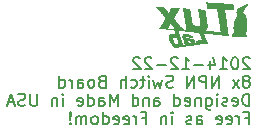
<source format=gbo>
G04 #@! TF.FileFunction,Legend,Bot*
%FSLAX46Y46*%
G04 Gerber Fmt 4.6, Leading zero omitted, Abs format (unit mm)*
G04 Created by KiCad (PCBNEW (2014-11-09 BZR 5259)-product) date Mon 22 Dec 2014 02:38:55 PM PST*
%MOMM*%
G01*
G04 APERTURE LIST*
%ADD10C,0.100000*%
%ADD11C,0.127000*%
%ADD12C,0.002540*%
G04 APERTURE END LIST*
D10*
D11*
X160969476Y-61351281D02*
X160921095Y-61302900D01*
X160824333Y-61254519D01*
X160582429Y-61254519D01*
X160485667Y-61302900D01*
X160437286Y-61351281D01*
X160388905Y-61448043D01*
X160388905Y-61544805D01*
X160437286Y-61689948D01*
X161017857Y-62270519D01*
X160388905Y-62270519D01*
X159759952Y-61254519D02*
X159663191Y-61254519D01*
X159566429Y-61302900D01*
X159518048Y-61351281D01*
X159469667Y-61448043D01*
X159421286Y-61641567D01*
X159421286Y-61883471D01*
X159469667Y-62076995D01*
X159518048Y-62173757D01*
X159566429Y-62222138D01*
X159663191Y-62270519D01*
X159759952Y-62270519D01*
X159856714Y-62222138D01*
X159905095Y-62173757D01*
X159953476Y-62076995D01*
X160001857Y-61883471D01*
X160001857Y-61641567D01*
X159953476Y-61448043D01*
X159905095Y-61351281D01*
X159856714Y-61302900D01*
X159759952Y-61254519D01*
X158453667Y-62270519D02*
X159034238Y-62270519D01*
X158743952Y-62270519D02*
X158743952Y-61254519D01*
X158840714Y-61399662D01*
X158937476Y-61496424D01*
X159034238Y-61544805D01*
X157582810Y-61593186D02*
X157582810Y-62270519D01*
X157824714Y-61206138D02*
X158066619Y-61931852D01*
X157437667Y-61931852D01*
X157050619Y-61883471D02*
X156276524Y-61883471D01*
X155260524Y-62270519D02*
X155841095Y-62270519D01*
X155550809Y-62270519D02*
X155550809Y-61254519D01*
X155647571Y-61399662D01*
X155744333Y-61496424D01*
X155841095Y-61544805D01*
X154873476Y-61351281D02*
X154825095Y-61302900D01*
X154728333Y-61254519D01*
X154486429Y-61254519D01*
X154389667Y-61302900D01*
X154341286Y-61351281D01*
X154292905Y-61448043D01*
X154292905Y-61544805D01*
X154341286Y-61689948D01*
X154921857Y-62270519D01*
X154292905Y-62270519D01*
X153857476Y-61883471D02*
X153083381Y-61883471D01*
X152647952Y-61351281D02*
X152599571Y-61302900D01*
X152502809Y-61254519D01*
X152260905Y-61254519D01*
X152164143Y-61302900D01*
X152115762Y-61351281D01*
X152067381Y-61448043D01*
X152067381Y-61544805D01*
X152115762Y-61689948D01*
X152696333Y-62270519D01*
X152067381Y-62270519D01*
X151680333Y-61351281D02*
X151631952Y-61302900D01*
X151535190Y-61254519D01*
X151293286Y-61254519D01*
X151196524Y-61302900D01*
X151148143Y-61351281D01*
X151099762Y-61448043D01*
X151099762Y-61544805D01*
X151148143Y-61689948D01*
X151728714Y-62270519D01*
X151099762Y-62270519D01*
X160775952Y-63239348D02*
X160872714Y-63190967D01*
X160921095Y-63142586D01*
X160969476Y-63045824D01*
X160969476Y-62997443D01*
X160921095Y-62900681D01*
X160872714Y-62852300D01*
X160775952Y-62803919D01*
X160582429Y-62803919D01*
X160485667Y-62852300D01*
X160437286Y-62900681D01*
X160388905Y-62997443D01*
X160388905Y-63045824D01*
X160437286Y-63142586D01*
X160485667Y-63190967D01*
X160582429Y-63239348D01*
X160775952Y-63239348D01*
X160872714Y-63287729D01*
X160921095Y-63336110D01*
X160969476Y-63432871D01*
X160969476Y-63626395D01*
X160921095Y-63723157D01*
X160872714Y-63771538D01*
X160775952Y-63819919D01*
X160582429Y-63819919D01*
X160485667Y-63771538D01*
X160437286Y-63723157D01*
X160388905Y-63626395D01*
X160388905Y-63432871D01*
X160437286Y-63336110D01*
X160485667Y-63287729D01*
X160582429Y-63239348D01*
X160050238Y-63819919D02*
X159518048Y-63142586D01*
X160050238Y-63142586D02*
X159518048Y-63819919D01*
X158356905Y-63819919D02*
X158356905Y-62803919D01*
X157776334Y-63819919D01*
X157776334Y-62803919D01*
X157292524Y-63819919D02*
X157292524Y-62803919D01*
X156905477Y-62803919D01*
X156808715Y-62852300D01*
X156760334Y-62900681D01*
X156711953Y-62997443D01*
X156711953Y-63142586D01*
X156760334Y-63239348D01*
X156808715Y-63287729D01*
X156905477Y-63336110D01*
X157292524Y-63336110D01*
X156276524Y-63819919D02*
X156276524Y-62803919D01*
X155695953Y-63819919D01*
X155695953Y-62803919D01*
X154486429Y-63771538D02*
X154341286Y-63819919D01*
X154099382Y-63819919D01*
X154002620Y-63771538D01*
X153954239Y-63723157D01*
X153905858Y-63626395D01*
X153905858Y-63529633D01*
X153954239Y-63432871D01*
X154002620Y-63384490D01*
X154099382Y-63336110D01*
X154292905Y-63287729D01*
X154389667Y-63239348D01*
X154438048Y-63190967D01*
X154486429Y-63094205D01*
X154486429Y-62997443D01*
X154438048Y-62900681D01*
X154389667Y-62852300D01*
X154292905Y-62803919D01*
X154051001Y-62803919D01*
X153905858Y-62852300D01*
X153567191Y-63142586D02*
X153373667Y-63819919D01*
X153180144Y-63336110D01*
X152986620Y-63819919D01*
X152793096Y-63142586D01*
X152406048Y-63819919D02*
X152406048Y-63142586D01*
X152406048Y-62803919D02*
X152454429Y-62852300D01*
X152406048Y-62900681D01*
X152357667Y-62852300D01*
X152406048Y-62803919D01*
X152406048Y-62900681D01*
X152067381Y-63142586D02*
X151680333Y-63142586D01*
X151922238Y-62803919D02*
X151922238Y-63674776D01*
X151873857Y-63771538D01*
X151777095Y-63819919D01*
X151680333Y-63819919D01*
X150906239Y-63771538D02*
X151003001Y-63819919D01*
X151196524Y-63819919D01*
X151293286Y-63771538D01*
X151341667Y-63723157D01*
X151390048Y-63626395D01*
X151390048Y-63336110D01*
X151341667Y-63239348D01*
X151293286Y-63190967D01*
X151196524Y-63142586D01*
X151003001Y-63142586D01*
X150906239Y-63190967D01*
X150470810Y-63819919D02*
X150470810Y-62803919D01*
X150035382Y-63819919D02*
X150035382Y-63287729D01*
X150083763Y-63190967D01*
X150180525Y-63142586D01*
X150325667Y-63142586D01*
X150422429Y-63190967D01*
X150470810Y-63239348D01*
X148438811Y-63287729D02*
X148293668Y-63336110D01*
X148245287Y-63384490D01*
X148196906Y-63481252D01*
X148196906Y-63626395D01*
X148245287Y-63723157D01*
X148293668Y-63771538D01*
X148390430Y-63819919D01*
X148777477Y-63819919D01*
X148777477Y-62803919D01*
X148438811Y-62803919D01*
X148342049Y-62852300D01*
X148293668Y-62900681D01*
X148245287Y-62997443D01*
X148245287Y-63094205D01*
X148293668Y-63190967D01*
X148342049Y-63239348D01*
X148438811Y-63287729D01*
X148777477Y-63287729D01*
X147616334Y-63819919D02*
X147713096Y-63771538D01*
X147761477Y-63723157D01*
X147809858Y-63626395D01*
X147809858Y-63336110D01*
X147761477Y-63239348D01*
X147713096Y-63190967D01*
X147616334Y-63142586D01*
X147471192Y-63142586D01*
X147374430Y-63190967D01*
X147326049Y-63239348D01*
X147277668Y-63336110D01*
X147277668Y-63626395D01*
X147326049Y-63723157D01*
X147374430Y-63771538D01*
X147471192Y-63819919D01*
X147616334Y-63819919D01*
X146406811Y-63819919D02*
X146406811Y-63287729D01*
X146455192Y-63190967D01*
X146551954Y-63142586D01*
X146745477Y-63142586D01*
X146842239Y-63190967D01*
X146406811Y-63771538D02*
X146503573Y-63819919D01*
X146745477Y-63819919D01*
X146842239Y-63771538D01*
X146890620Y-63674776D01*
X146890620Y-63578014D01*
X146842239Y-63481252D01*
X146745477Y-63432871D01*
X146503573Y-63432871D01*
X146406811Y-63384490D01*
X145923001Y-63819919D02*
X145923001Y-63142586D01*
X145923001Y-63336110D02*
X145874620Y-63239348D01*
X145826239Y-63190967D01*
X145729477Y-63142586D01*
X145632716Y-63142586D01*
X144858621Y-63819919D02*
X144858621Y-62803919D01*
X144858621Y-63771538D02*
X144955383Y-63819919D01*
X145148906Y-63819919D01*
X145245668Y-63771538D01*
X145294049Y-63723157D01*
X145342430Y-63626395D01*
X145342430Y-63336110D01*
X145294049Y-63239348D01*
X145245668Y-63190967D01*
X145148906Y-63142586D01*
X144955383Y-63142586D01*
X144858621Y-63190967D01*
X160921095Y-65369319D02*
X160921095Y-64353319D01*
X160679190Y-64353319D01*
X160534048Y-64401700D01*
X160437286Y-64498462D01*
X160388905Y-64595224D01*
X160340524Y-64788748D01*
X160340524Y-64933890D01*
X160388905Y-65127414D01*
X160437286Y-65224176D01*
X160534048Y-65320938D01*
X160679190Y-65369319D01*
X160921095Y-65369319D01*
X159518048Y-65320938D02*
X159614810Y-65369319D01*
X159808333Y-65369319D01*
X159905095Y-65320938D01*
X159953476Y-65224176D01*
X159953476Y-64837129D01*
X159905095Y-64740367D01*
X159808333Y-64691986D01*
X159614810Y-64691986D01*
X159518048Y-64740367D01*
X159469667Y-64837129D01*
X159469667Y-64933890D01*
X159953476Y-65030652D01*
X159082619Y-65320938D02*
X158985857Y-65369319D01*
X158792333Y-65369319D01*
X158695572Y-65320938D01*
X158647191Y-65224176D01*
X158647191Y-65175795D01*
X158695572Y-65079033D01*
X158792333Y-65030652D01*
X158937476Y-65030652D01*
X159034238Y-64982271D01*
X159082619Y-64885510D01*
X159082619Y-64837129D01*
X159034238Y-64740367D01*
X158937476Y-64691986D01*
X158792333Y-64691986D01*
X158695572Y-64740367D01*
X158211762Y-65369319D02*
X158211762Y-64691986D01*
X158211762Y-64353319D02*
X158260143Y-64401700D01*
X158211762Y-64450081D01*
X158163381Y-64401700D01*
X158211762Y-64353319D01*
X158211762Y-64450081D01*
X157292524Y-64691986D02*
X157292524Y-65514462D01*
X157340905Y-65611224D01*
X157389286Y-65659605D01*
X157486047Y-65707986D01*
X157631190Y-65707986D01*
X157727952Y-65659605D01*
X157292524Y-65320938D02*
X157389286Y-65369319D01*
X157582809Y-65369319D01*
X157679571Y-65320938D01*
X157727952Y-65272557D01*
X157776333Y-65175795D01*
X157776333Y-64885510D01*
X157727952Y-64788748D01*
X157679571Y-64740367D01*
X157582809Y-64691986D01*
X157389286Y-64691986D01*
X157292524Y-64740367D01*
X156808714Y-64691986D02*
X156808714Y-65369319D01*
X156808714Y-64788748D02*
X156760333Y-64740367D01*
X156663571Y-64691986D01*
X156518429Y-64691986D01*
X156421667Y-64740367D01*
X156373286Y-64837129D01*
X156373286Y-65369319D01*
X155502429Y-65320938D02*
X155599191Y-65369319D01*
X155792714Y-65369319D01*
X155889476Y-65320938D01*
X155937857Y-65224176D01*
X155937857Y-64837129D01*
X155889476Y-64740367D01*
X155792714Y-64691986D01*
X155599191Y-64691986D01*
X155502429Y-64740367D01*
X155454048Y-64837129D01*
X155454048Y-64933890D01*
X155937857Y-65030652D01*
X154583191Y-65369319D02*
X154583191Y-64353319D01*
X154583191Y-65320938D02*
X154679953Y-65369319D01*
X154873476Y-65369319D01*
X154970238Y-65320938D01*
X155018619Y-65272557D01*
X155067000Y-65175795D01*
X155067000Y-64885510D01*
X155018619Y-64788748D01*
X154970238Y-64740367D01*
X154873476Y-64691986D01*
X154679953Y-64691986D01*
X154583191Y-64740367D01*
X152889858Y-65369319D02*
X152889858Y-64837129D01*
X152938239Y-64740367D01*
X153035001Y-64691986D01*
X153228524Y-64691986D01*
X153325286Y-64740367D01*
X152889858Y-65320938D02*
X152986620Y-65369319D01*
X153228524Y-65369319D01*
X153325286Y-65320938D01*
X153373667Y-65224176D01*
X153373667Y-65127414D01*
X153325286Y-65030652D01*
X153228524Y-64982271D01*
X152986620Y-64982271D01*
X152889858Y-64933890D01*
X152406048Y-64691986D02*
X152406048Y-65369319D01*
X152406048Y-64788748D02*
X152357667Y-64740367D01*
X152260905Y-64691986D01*
X152115763Y-64691986D01*
X152019001Y-64740367D01*
X151970620Y-64837129D01*
X151970620Y-65369319D01*
X151051382Y-65369319D02*
X151051382Y-64353319D01*
X151051382Y-65320938D02*
X151148144Y-65369319D01*
X151341667Y-65369319D01*
X151438429Y-65320938D01*
X151486810Y-65272557D01*
X151535191Y-65175795D01*
X151535191Y-64885510D01*
X151486810Y-64788748D01*
X151438429Y-64740367D01*
X151341667Y-64691986D01*
X151148144Y-64691986D01*
X151051382Y-64740367D01*
X149793477Y-65369319D02*
X149793477Y-64353319D01*
X149454811Y-65079033D01*
X149116144Y-64353319D01*
X149116144Y-65369319D01*
X148196906Y-65369319D02*
X148196906Y-64837129D01*
X148245287Y-64740367D01*
X148342049Y-64691986D01*
X148535572Y-64691986D01*
X148632334Y-64740367D01*
X148196906Y-65320938D02*
X148293668Y-65369319D01*
X148535572Y-65369319D01*
X148632334Y-65320938D01*
X148680715Y-65224176D01*
X148680715Y-65127414D01*
X148632334Y-65030652D01*
X148535572Y-64982271D01*
X148293668Y-64982271D01*
X148196906Y-64933890D01*
X147277668Y-65369319D02*
X147277668Y-64353319D01*
X147277668Y-65320938D02*
X147374430Y-65369319D01*
X147567953Y-65369319D01*
X147664715Y-65320938D01*
X147713096Y-65272557D01*
X147761477Y-65175795D01*
X147761477Y-64885510D01*
X147713096Y-64788748D01*
X147664715Y-64740367D01*
X147567953Y-64691986D01*
X147374430Y-64691986D01*
X147277668Y-64740367D01*
X146406811Y-65320938D02*
X146503573Y-65369319D01*
X146697096Y-65369319D01*
X146793858Y-65320938D01*
X146842239Y-65224176D01*
X146842239Y-64837129D01*
X146793858Y-64740367D01*
X146697096Y-64691986D01*
X146503573Y-64691986D01*
X146406811Y-64740367D01*
X146358430Y-64837129D01*
X146358430Y-64933890D01*
X146842239Y-65030652D01*
X145148906Y-65369319D02*
X145148906Y-64691986D01*
X145148906Y-64353319D02*
X145197287Y-64401700D01*
X145148906Y-64450081D01*
X145100525Y-64401700D01*
X145148906Y-64353319D01*
X145148906Y-64450081D01*
X144665096Y-64691986D02*
X144665096Y-65369319D01*
X144665096Y-64788748D02*
X144616715Y-64740367D01*
X144519953Y-64691986D01*
X144374811Y-64691986D01*
X144278049Y-64740367D01*
X144229668Y-64837129D01*
X144229668Y-65369319D01*
X142971763Y-64353319D02*
X142971763Y-65175795D01*
X142923382Y-65272557D01*
X142875001Y-65320938D01*
X142778239Y-65369319D01*
X142584716Y-65369319D01*
X142487954Y-65320938D01*
X142439573Y-65272557D01*
X142391192Y-65175795D01*
X142391192Y-64353319D01*
X141955763Y-65320938D02*
X141810620Y-65369319D01*
X141568716Y-65369319D01*
X141471954Y-65320938D01*
X141423573Y-65272557D01*
X141375192Y-65175795D01*
X141375192Y-65079033D01*
X141423573Y-64982271D01*
X141471954Y-64933890D01*
X141568716Y-64885510D01*
X141762239Y-64837129D01*
X141859001Y-64788748D01*
X141907382Y-64740367D01*
X141955763Y-64643605D01*
X141955763Y-64546843D01*
X141907382Y-64450081D01*
X141859001Y-64401700D01*
X141762239Y-64353319D01*
X141520335Y-64353319D01*
X141375192Y-64401700D01*
X140988144Y-65079033D02*
X140504335Y-65079033D01*
X141084906Y-65369319D02*
X140746239Y-64353319D01*
X140407573Y-65369319D01*
X160582429Y-66386529D02*
X160921095Y-66386529D01*
X160921095Y-66918719D02*
X160921095Y-65902719D01*
X160437286Y-65902719D01*
X160050238Y-66918719D02*
X160050238Y-66241386D01*
X160050238Y-66434910D02*
X160001857Y-66338148D01*
X159953476Y-66289767D01*
X159856714Y-66241386D01*
X159759953Y-66241386D01*
X159034239Y-66870338D02*
X159131001Y-66918719D01*
X159324524Y-66918719D01*
X159421286Y-66870338D01*
X159469667Y-66773576D01*
X159469667Y-66386529D01*
X159421286Y-66289767D01*
X159324524Y-66241386D01*
X159131001Y-66241386D01*
X159034239Y-66289767D01*
X158985858Y-66386529D01*
X158985858Y-66483290D01*
X159469667Y-66580052D01*
X158163382Y-66870338D02*
X158260144Y-66918719D01*
X158453667Y-66918719D01*
X158550429Y-66870338D01*
X158598810Y-66773576D01*
X158598810Y-66386529D01*
X158550429Y-66289767D01*
X158453667Y-66241386D01*
X158260144Y-66241386D01*
X158163382Y-66289767D01*
X158115001Y-66386529D01*
X158115001Y-66483290D01*
X158598810Y-66580052D01*
X156470049Y-66918719D02*
X156470049Y-66386529D01*
X156518430Y-66289767D01*
X156615192Y-66241386D01*
X156808715Y-66241386D01*
X156905477Y-66289767D01*
X156470049Y-66870338D02*
X156566811Y-66918719D01*
X156808715Y-66918719D01*
X156905477Y-66870338D01*
X156953858Y-66773576D01*
X156953858Y-66676814D01*
X156905477Y-66580052D01*
X156808715Y-66531671D01*
X156566811Y-66531671D01*
X156470049Y-66483290D01*
X156034620Y-66870338D02*
X155937858Y-66918719D01*
X155744334Y-66918719D01*
X155647573Y-66870338D01*
X155599192Y-66773576D01*
X155599192Y-66725195D01*
X155647573Y-66628433D01*
X155744334Y-66580052D01*
X155889477Y-66580052D01*
X155986239Y-66531671D01*
X156034620Y-66434910D01*
X156034620Y-66386529D01*
X155986239Y-66289767D01*
X155889477Y-66241386D01*
X155744334Y-66241386D01*
X155647573Y-66289767D01*
X154389668Y-66918719D02*
X154389668Y-66241386D01*
X154389668Y-65902719D02*
X154438049Y-65951100D01*
X154389668Y-65999481D01*
X154341287Y-65951100D01*
X154389668Y-65902719D01*
X154389668Y-65999481D01*
X153905858Y-66241386D02*
X153905858Y-66918719D01*
X153905858Y-66338148D02*
X153857477Y-66289767D01*
X153760715Y-66241386D01*
X153615573Y-66241386D01*
X153518811Y-66289767D01*
X153470430Y-66386529D01*
X153470430Y-66918719D01*
X151873859Y-66386529D02*
X152212525Y-66386529D01*
X152212525Y-66918719D02*
X152212525Y-65902719D01*
X151728716Y-65902719D01*
X151341668Y-66918719D02*
X151341668Y-66241386D01*
X151341668Y-66434910D02*
X151293287Y-66338148D01*
X151244906Y-66289767D01*
X151148144Y-66241386D01*
X151051383Y-66241386D01*
X150325669Y-66870338D02*
X150422431Y-66918719D01*
X150615954Y-66918719D01*
X150712716Y-66870338D01*
X150761097Y-66773576D01*
X150761097Y-66386529D01*
X150712716Y-66289767D01*
X150615954Y-66241386D01*
X150422431Y-66241386D01*
X150325669Y-66289767D01*
X150277288Y-66386529D01*
X150277288Y-66483290D01*
X150761097Y-66580052D01*
X149454812Y-66870338D02*
X149551574Y-66918719D01*
X149745097Y-66918719D01*
X149841859Y-66870338D01*
X149890240Y-66773576D01*
X149890240Y-66386529D01*
X149841859Y-66289767D01*
X149745097Y-66241386D01*
X149551574Y-66241386D01*
X149454812Y-66289767D01*
X149406431Y-66386529D01*
X149406431Y-66483290D01*
X149890240Y-66580052D01*
X148535574Y-66918719D02*
X148535574Y-65902719D01*
X148535574Y-66870338D02*
X148632336Y-66918719D01*
X148825859Y-66918719D01*
X148922621Y-66870338D01*
X148971002Y-66821957D01*
X149019383Y-66725195D01*
X149019383Y-66434910D01*
X148971002Y-66338148D01*
X148922621Y-66289767D01*
X148825859Y-66241386D01*
X148632336Y-66241386D01*
X148535574Y-66289767D01*
X147906621Y-66918719D02*
X148003383Y-66870338D01*
X148051764Y-66821957D01*
X148100145Y-66725195D01*
X148100145Y-66434910D01*
X148051764Y-66338148D01*
X148003383Y-66289767D01*
X147906621Y-66241386D01*
X147761479Y-66241386D01*
X147664717Y-66289767D01*
X147616336Y-66338148D01*
X147567955Y-66434910D01*
X147567955Y-66725195D01*
X147616336Y-66821957D01*
X147664717Y-66870338D01*
X147761479Y-66918719D01*
X147906621Y-66918719D01*
X147132526Y-66918719D02*
X147132526Y-66241386D01*
X147132526Y-66338148D02*
X147084145Y-66289767D01*
X146987383Y-66241386D01*
X146842241Y-66241386D01*
X146745479Y-66289767D01*
X146697098Y-66386529D01*
X146697098Y-66918719D01*
X146697098Y-66386529D02*
X146648717Y-66289767D01*
X146551955Y-66241386D01*
X146406812Y-66241386D01*
X146310050Y-66289767D01*
X146261669Y-66386529D01*
X146261669Y-66918719D01*
X145777859Y-66821957D02*
X145729478Y-66870338D01*
X145777859Y-66918719D01*
X145826240Y-66870338D01*
X145777859Y-66821957D01*
X145777859Y-66918719D01*
X145777859Y-66531671D02*
X145826240Y-65951100D01*
X145777859Y-65902719D01*
X145729478Y-65951100D01*
X145777859Y-66531671D01*
X145777859Y-65902719D01*
D12*
G36*
X159575500Y-57180480D02*
X159575500Y-57183020D01*
X159567880Y-57183020D01*
X159542480Y-57180480D01*
X159506920Y-57177940D01*
X159456120Y-57175400D01*
X159397700Y-57172860D01*
X159331660Y-57167780D01*
X159255460Y-57162700D01*
X159197040Y-57160160D01*
X159118300Y-57152540D01*
X159042100Y-57150000D01*
X158973520Y-57144920D01*
X158912560Y-57142380D01*
X158861760Y-57139840D01*
X158821120Y-57137300D01*
X158795720Y-57134760D01*
X158785560Y-57137300D01*
X158752540Y-57137300D01*
X158927800Y-58239660D01*
X158948120Y-58374280D01*
X158970980Y-58501280D01*
X158988760Y-58625740D01*
X159009080Y-58745120D01*
X159026860Y-58856880D01*
X159042100Y-58958480D01*
X159057340Y-59052460D01*
X159072580Y-59136280D01*
X159082740Y-59207400D01*
X159092900Y-59265820D01*
X159100520Y-59311540D01*
X159105600Y-59342020D01*
X159108140Y-59359800D01*
X159108140Y-59359800D01*
X159108140Y-59377580D01*
X159100520Y-59382660D01*
X159087820Y-59385200D01*
X159077660Y-59382660D01*
X159049720Y-59380120D01*
X159006540Y-59375040D01*
X158950660Y-59369960D01*
X158884620Y-59362340D01*
X158803340Y-59354720D01*
X158714440Y-59344560D01*
X158612840Y-59334400D01*
X158503620Y-59321700D01*
X158389320Y-59309000D01*
X158267400Y-59296300D01*
X158137860Y-59283600D01*
X158021020Y-59268360D01*
X157888940Y-59255660D01*
X157761940Y-59240420D01*
X157642560Y-59227720D01*
X157528260Y-59215020D01*
X157421580Y-59204860D01*
X157322520Y-59194700D01*
X157236160Y-59184540D01*
X157157420Y-59176920D01*
X157093920Y-59169300D01*
X157040580Y-59164220D01*
X157002480Y-59159140D01*
X156979620Y-59156600D01*
X156972000Y-59156600D01*
X156972000Y-59164220D01*
X156982160Y-59187080D01*
X156994860Y-59222640D01*
X157012640Y-59268360D01*
X157035500Y-59324240D01*
X157063440Y-59387740D01*
X157093920Y-59461400D01*
X157126940Y-59537600D01*
X157147260Y-59585860D01*
X157180280Y-59664600D01*
X157213300Y-59740800D01*
X157241240Y-59809380D01*
X157266640Y-59870340D01*
X157289500Y-59923680D01*
X157307280Y-59964320D01*
X157319980Y-59994800D01*
X157325060Y-60010040D01*
X157325060Y-60015120D01*
X157317440Y-60015120D01*
X157292040Y-60017660D01*
X157253940Y-60025280D01*
X157203140Y-60030360D01*
X157137100Y-60040520D01*
X157063440Y-60050680D01*
X156979620Y-60060840D01*
X156933900Y-60065920D01*
X156933900Y-59781440D01*
X156931360Y-59771280D01*
X156923740Y-59750960D01*
X156913580Y-59717940D01*
X156895800Y-59672220D01*
X156878020Y-59621420D01*
X156855160Y-59565540D01*
X156832300Y-59504580D01*
X156806900Y-59443620D01*
X156784040Y-59380120D01*
X156761180Y-59321700D01*
X156738320Y-59265820D01*
X156720540Y-59217560D01*
X156702760Y-59176920D01*
X156690060Y-59146440D01*
X156682440Y-59128660D01*
X156682440Y-59123580D01*
X156672280Y-59123580D01*
X156649420Y-59118500D01*
X156611320Y-59115960D01*
X156557980Y-59108340D01*
X156497020Y-59100720D01*
X156423360Y-59093100D01*
X156387800Y-59090560D01*
X156387800Y-58973720D01*
X156387800Y-58971180D01*
X156380180Y-58963560D01*
X156359860Y-58948320D01*
X156334460Y-58928000D01*
X156306520Y-58910220D01*
X156253180Y-58872120D01*
X156199840Y-58823860D01*
X156156660Y-58783220D01*
X156128720Y-58752740D01*
X156105860Y-58729880D01*
X156088080Y-58714640D01*
X156080460Y-58707020D01*
X156080460Y-58707020D01*
X156080460Y-58717180D01*
X156083000Y-58737500D01*
X156088080Y-58770520D01*
X156093160Y-58806080D01*
X156098240Y-58844180D01*
X156103320Y-58882280D01*
X156108400Y-58915300D01*
X156113480Y-58935620D01*
X156113480Y-58940700D01*
X156116020Y-58948320D01*
X156121100Y-58953400D01*
X156133800Y-58955940D01*
X156154120Y-58961020D01*
X156184600Y-58963560D01*
X156230320Y-58966100D01*
X156243020Y-58966100D01*
X156288740Y-58968640D01*
X156326840Y-58971180D01*
X156357320Y-58973720D01*
X156375100Y-58976260D01*
X156380180Y-58976260D01*
X156387800Y-58973720D01*
X156387800Y-59090560D01*
X156342080Y-59085480D01*
X156253180Y-59075320D01*
X156156660Y-59065160D01*
X156055060Y-59055000D01*
X155950920Y-59042300D01*
X155844240Y-59032140D01*
X155737560Y-59019440D01*
X155630880Y-59009280D01*
X155524200Y-58996580D01*
X155422600Y-58986420D01*
X155323540Y-58976260D01*
X155232100Y-58966100D01*
X155145740Y-58958480D01*
X155069540Y-58950860D01*
X155000960Y-58943240D01*
X154945080Y-58938160D01*
X154899360Y-58933080D01*
X154868880Y-58930540D01*
X154853640Y-58928000D01*
X154851100Y-58928000D01*
X154853640Y-58938160D01*
X154858720Y-58961020D01*
X154868880Y-58999120D01*
X154884120Y-59047380D01*
X154901900Y-59105800D01*
X154924760Y-59176920D01*
X154947620Y-59253120D01*
X154975560Y-59336940D01*
X155003500Y-59425840D01*
X155011120Y-59453780D01*
X155054300Y-59585860D01*
X155092400Y-59702700D01*
X155125420Y-59806840D01*
X155153360Y-59895740D01*
X155178760Y-59974480D01*
X155199080Y-60037980D01*
X155216860Y-60093860D01*
X155232100Y-60139580D01*
X155244800Y-60175140D01*
X155254960Y-60205620D01*
X155262580Y-60225940D01*
X155267660Y-60241180D01*
X155272740Y-60253880D01*
X155275280Y-60258960D01*
X155277820Y-60261500D01*
X155280360Y-60264040D01*
X155282900Y-60261500D01*
X155285440Y-60261500D01*
X155285440Y-60261500D01*
X155300680Y-60258960D01*
X155328620Y-60256420D01*
X155361640Y-60251340D01*
X155371800Y-60251340D01*
X155407360Y-60248800D01*
X155427680Y-60243720D01*
X155437840Y-60238640D01*
X155440380Y-60231020D01*
X155440380Y-60231020D01*
X155440380Y-60213240D01*
X155448000Y-60198000D01*
X155453080Y-60185300D01*
X155455620Y-60170060D01*
X155455620Y-60147200D01*
X155450540Y-60121800D01*
X155442920Y-60086240D01*
X155432760Y-60040520D01*
X155414980Y-59984640D01*
X155394660Y-59916060D01*
X155369260Y-59832240D01*
X155364180Y-59819540D01*
X155338780Y-59735720D01*
X155315920Y-59664600D01*
X155298140Y-59606180D01*
X155285440Y-59557920D01*
X155275280Y-59519820D01*
X155267660Y-59491880D01*
X155265120Y-59469020D01*
X155262580Y-59448700D01*
X155265120Y-59433460D01*
X155265120Y-59425840D01*
X155282900Y-59380120D01*
X155313380Y-59342020D01*
X155359100Y-59311540D01*
X155417520Y-59291220D01*
X155486100Y-59278520D01*
X155567380Y-59275980D01*
X155661360Y-59281060D01*
X155679140Y-59283600D01*
X155778200Y-59301380D01*
X155867100Y-59329320D01*
X155943300Y-59367420D01*
X156006800Y-59415680D01*
X156011880Y-59423300D01*
X156034740Y-59446160D01*
X156055060Y-59474100D01*
X156075380Y-59504580D01*
X156090620Y-59529980D01*
X156098240Y-59550300D01*
X156098240Y-59560460D01*
X156088080Y-59563000D01*
X156065220Y-59563000D01*
X156029660Y-59565540D01*
X155989020Y-59568080D01*
X155978860Y-59568080D01*
X155867100Y-59573160D01*
X155849320Y-59542680D01*
X155813760Y-59504580D01*
X155768040Y-59476640D01*
X155712160Y-59461400D01*
X155646120Y-59458860D01*
X155618180Y-59461400D01*
X155585160Y-59466480D01*
X155562300Y-59474100D01*
X155547060Y-59486800D01*
X155544520Y-59489340D01*
X155529280Y-59519820D01*
X155529280Y-59552840D01*
X155541980Y-59585860D01*
X155554680Y-59601100D01*
X155567380Y-59616340D01*
X155585160Y-59626500D01*
X155610560Y-59634120D01*
X155643580Y-59641740D01*
X155686760Y-59646820D01*
X155745180Y-59651900D01*
X155788360Y-59654440D01*
X155836620Y-59659520D01*
X155884880Y-59664600D01*
X155925520Y-59667140D01*
X155956000Y-59672220D01*
X155961080Y-59672220D01*
X156022040Y-59690000D01*
X156083000Y-59715400D01*
X156136340Y-59748420D01*
X156176980Y-59778900D01*
X156212540Y-59827160D01*
X156237940Y-59877960D01*
X156250640Y-59931300D01*
X156250640Y-59982100D01*
X156237940Y-60030360D01*
X156212540Y-60073540D01*
X156210000Y-60076080D01*
X156199840Y-60088780D01*
X156197300Y-60096400D01*
X156199840Y-60096400D01*
X156212540Y-60093860D01*
X156237940Y-60088780D01*
X156270960Y-60083700D01*
X156306520Y-60076080D01*
X156344620Y-60068460D01*
X156375100Y-60063380D01*
X156397960Y-60058300D01*
X156408120Y-60053220D01*
X156408120Y-60053220D01*
X156408120Y-60043060D01*
X156405580Y-60020200D01*
X156403040Y-59987180D01*
X156395420Y-59951620D01*
X156390340Y-59913520D01*
X156385260Y-59883040D01*
X156382720Y-59860180D01*
X156382720Y-59852560D01*
X156390340Y-59852560D01*
X156415740Y-59847480D01*
X156451300Y-59842400D01*
X156499560Y-59837320D01*
X156555440Y-59829700D01*
X156616400Y-59822080D01*
X156657040Y-59817000D01*
X156723080Y-59809380D01*
X156784040Y-59801760D01*
X156837380Y-59794140D01*
X156880560Y-59789060D01*
X156913580Y-59783980D01*
X156931360Y-59781440D01*
X156933900Y-59781440D01*
X156933900Y-60065920D01*
X156888180Y-60073540D01*
X156786580Y-60086240D01*
X156682440Y-60098940D01*
X156570680Y-60114180D01*
X156453840Y-60129420D01*
X156337000Y-60144660D01*
X156217620Y-60159900D01*
X156098240Y-60175140D01*
X156001720Y-60187840D01*
X156001720Y-59926220D01*
X155991560Y-59890660D01*
X155971240Y-59857640D01*
X155966160Y-59852560D01*
X155945840Y-59834780D01*
X155920440Y-59822080D01*
X155884880Y-59811920D01*
X155839160Y-59804300D01*
X155801060Y-59799220D01*
X155755340Y-59791600D01*
X155707080Y-59783980D01*
X155666440Y-59778900D01*
X155661360Y-59776360D01*
X155630880Y-59771280D01*
X155608020Y-59768740D01*
X155595320Y-59768740D01*
X155595320Y-59768740D01*
X155597860Y-59776360D01*
X155602940Y-59796680D01*
X155610560Y-59824620D01*
X155620720Y-59855100D01*
X155633420Y-59883040D01*
X155643580Y-59905900D01*
X155643580Y-59908440D01*
X155674060Y-59951620D01*
X155719780Y-59989720D01*
X155773120Y-60017660D01*
X155813760Y-60027820D01*
X155846780Y-60030360D01*
X155887420Y-60030360D01*
X155925520Y-60022740D01*
X155956000Y-60015120D01*
X155961080Y-60012580D01*
X155986480Y-59992260D01*
X155999180Y-59961780D01*
X156001720Y-59926220D01*
X156001720Y-60187840D01*
X155978860Y-60190380D01*
X155864560Y-60205620D01*
X155841700Y-60208160D01*
X155841700Y-60162440D01*
X155836620Y-60157360D01*
X155821380Y-60149740D01*
X155811220Y-60147200D01*
X155783280Y-60137040D01*
X155750260Y-60121800D01*
X155732480Y-60111640D01*
X155689300Y-60086240D01*
X155691840Y-60126880D01*
X155694380Y-60157360D01*
X155699460Y-60175140D01*
X155707080Y-60185300D01*
X155722320Y-60187840D01*
X155750260Y-60182760D01*
X155778200Y-60177680D01*
X155808680Y-60172600D01*
X155831540Y-60167520D01*
X155841700Y-60162440D01*
X155841700Y-60208160D01*
X155750260Y-60220860D01*
X155641040Y-60233560D01*
X155539440Y-60246260D01*
X155442920Y-60258960D01*
X155356560Y-60271660D01*
X155277820Y-60281820D01*
X155209240Y-60289440D01*
X155153360Y-60297060D01*
X155107640Y-60302140D01*
X155079700Y-60304680D01*
X155064460Y-60307220D01*
X155064460Y-60307220D01*
X155054300Y-60304680D01*
X155046680Y-60294520D01*
X155036520Y-60274200D01*
X155023820Y-60241180D01*
X155021280Y-60233560D01*
X154998420Y-60159900D01*
X154983180Y-60203080D01*
X154955240Y-60264040D01*
X154914600Y-60314840D01*
X154901900Y-60322460D01*
X154901900Y-59961780D01*
X154899360Y-59913520D01*
X154891740Y-59867800D01*
X154886660Y-59842400D01*
X154868880Y-59786520D01*
X154846020Y-59730640D01*
X154818080Y-59679840D01*
X154790140Y-59634120D01*
X154772360Y-59611260D01*
X154724100Y-59565540D01*
X154673300Y-59529980D01*
X154622500Y-59507120D01*
X154571700Y-59496960D01*
X154525980Y-59499500D01*
X154482800Y-59514740D01*
X154447240Y-59542680D01*
X154426920Y-59573160D01*
X154416760Y-59603640D01*
X154411680Y-59646820D01*
X154414220Y-59700160D01*
X154421840Y-59756040D01*
X154434540Y-59811920D01*
X154437080Y-59819540D01*
X154467560Y-59903360D01*
X154503120Y-59979560D01*
X154543760Y-60040520D01*
X154589480Y-60091320D01*
X154640280Y-60129420D01*
X154691080Y-60152280D01*
X154744420Y-60159900D01*
X154790140Y-60154820D01*
X154830780Y-60134500D01*
X154866340Y-60104020D01*
X154889200Y-60076080D01*
X154896820Y-60048140D01*
X154901900Y-60010040D01*
X154901900Y-59961780D01*
X154901900Y-60322460D01*
X154863800Y-60352940D01*
X154805380Y-60378340D01*
X154741880Y-60391040D01*
X154673300Y-60388500D01*
X154617420Y-60375800D01*
X154546300Y-60342780D01*
X154475180Y-60297060D01*
X154409140Y-60236100D01*
X154345640Y-60162440D01*
X154289760Y-60076080D01*
X154238960Y-59982100D01*
X154208480Y-59910980D01*
X154175460Y-59814460D01*
X154152600Y-59725560D01*
X154137360Y-59641740D01*
X154132280Y-59557920D01*
X154132280Y-59545220D01*
X154132280Y-59499500D01*
X154134820Y-59469020D01*
X154137360Y-59443620D01*
X154142440Y-59423300D01*
X154150060Y-59402980D01*
X154160220Y-59382660D01*
X154188160Y-59334400D01*
X154223720Y-59298840D01*
X154269440Y-59273440D01*
X154325320Y-59258200D01*
X154391360Y-59255660D01*
X154462480Y-59260740D01*
X154531060Y-59281060D01*
X154599640Y-59314080D01*
X154668220Y-59362340D01*
X154693620Y-59382660D01*
X154716480Y-59400440D01*
X154734260Y-59413140D01*
X154741880Y-59415680D01*
X154741880Y-59415680D01*
X154739340Y-59408060D01*
X154731720Y-59387740D01*
X154721560Y-59352180D01*
X154708860Y-59311540D01*
X154693620Y-59260740D01*
X154675840Y-59207400D01*
X154660600Y-59156600D01*
X154660600Y-58861960D01*
X154655520Y-58854340D01*
X154642820Y-58836560D01*
X154619960Y-58806080D01*
X154592020Y-58767980D01*
X154556460Y-58722260D01*
X154515820Y-58668920D01*
X154472640Y-58610500D01*
X154444700Y-58574940D01*
X154398980Y-58516520D01*
X154355800Y-58460640D01*
X154315160Y-58412380D01*
X154282140Y-58371740D01*
X154254200Y-58336180D01*
X154233880Y-58313320D01*
X154223720Y-58300620D01*
X154221180Y-58300620D01*
X154213560Y-58310780D01*
X154200860Y-58333640D01*
X154185620Y-58366660D01*
X154165300Y-58409840D01*
X154142440Y-58455560D01*
X154117040Y-58508900D01*
X154091640Y-58562240D01*
X154066240Y-58618120D01*
X154043380Y-58668920D01*
X154020520Y-58717180D01*
X154002740Y-58755280D01*
X153990040Y-58788300D01*
X153982420Y-58808620D01*
X153979880Y-58816240D01*
X153990040Y-58816240D01*
X154012900Y-58818780D01*
X154048460Y-58821320D01*
X154096720Y-58826400D01*
X154150060Y-58831480D01*
X154211020Y-58834020D01*
X154274520Y-58839100D01*
X154340560Y-58844180D01*
X154406600Y-58849260D01*
X154467560Y-58851800D01*
X154525980Y-58856880D01*
X154576780Y-58859420D01*
X154614880Y-58861960D01*
X154645360Y-58861960D01*
X154658060Y-58861960D01*
X154660600Y-58861960D01*
X154660600Y-59156600D01*
X154658060Y-59151520D01*
X154640280Y-59095640D01*
X154622500Y-59042300D01*
X154607260Y-58994040D01*
X154594560Y-58953400D01*
X154584400Y-58920380D01*
X154576780Y-58902600D01*
X154574240Y-58894980D01*
X154564080Y-58892440D01*
X154538680Y-58889900D01*
X154500580Y-58884820D01*
X154452320Y-58879740D01*
X154393900Y-58872120D01*
X154325320Y-58867040D01*
X154254200Y-58859420D01*
X154175460Y-58851800D01*
X154096720Y-58844180D01*
X154015440Y-58836560D01*
X153936700Y-58828940D01*
X153860500Y-58821320D01*
X153786840Y-58816240D01*
X153720800Y-58811160D01*
X153664920Y-58806080D01*
X153642060Y-58803540D01*
X153570940Y-58798460D01*
X153504900Y-58795920D01*
X153449020Y-58790840D01*
X153398220Y-58788300D01*
X153362660Y-58783220D01*
X153337260Y-58783220D01*
X153327100Y-58780680D01*
X153327100Y-58780680D01*
X153332180Y-58773060D01*
X153342340Y-58752740D01*
X153362660Y-58719720D01*
X153388060Y-58676540D01*
X153418540Y-58623200D01*
X153456640Y-58562240D01*
X153497280Y-58493660D01*
X153540460Y-58420000D01*
X153586180Y-58346340D01*
X153642060Y-58254900D01*
X153687780Y-58176160D01*
X153725880Y-58112660D01*
X153758900Y-58059320D01*
X153784300Y-58013600D01*
X153804620Y-57980580D01*
X153817320Y-57952640D01*
X153827480Y-57932320D01*
X153835100Y-57917080D01*
X153837640Y-57906920D01*
X153840180Y-57899300D01*
X153837640Y-57894220D01*
X153837640Y-57891680D01*
X153830020Y-57884060D01*
X153812240Y-57861200D01*
X153784300Y-57830720D01*
X153751280Y-57787540D01*
X153708100Y-57739280D01*
X153659840Y-57680860D01*
X153606500Y-57617360D01*
X153548080Y-57546240D01*
X153487120Y-57472580D01*
X153443940Y-57421780D01*
X153380440Y-57345580D01*
X153322020Y-57274460D01*
X153266140Y-57208420D01*
X153215340Y-57147460D01*
X153169620Y-57094120D01*
X153131520Y-57048400D01*
X153103580Y-57010300D01*
X153080720Y-56984900D01*
X153068020Y-56969660D01*
X153065480Y-56967120D01*
X153075640Y-56964580D01*
X153098500Y-56967120D01*
X153136600Y-56969660D01*
X153182320Y-56972200D01*
X153240740Y-56974740D01*
X153304240Y-56977280D01*
X153367740Y-56982360D01*
X153667460Y-57002680D01*
X153878280Y-57279540D01*
X153924000Y-57340500D01*
X153964640Y-57393840D01*
X154002740Y-57444640D01*
X154035760Y-57485280D01*
X154063700Y-57518300D01*
X154081480Y-57541160D01*
X154091640Y-57551320D01*
X154094180Y-57553860D01*
X154099260Y-57543700D01*
X154109420Y-57523380D01*
X154127200Y-57490360D01*
X154147520Y-57447180D01*
X154172920Y-57396380D01*
X154203400Y-57340500D01*
X154216100Y-57310020D01*
X154335480Y-57071260D01*
X154398980Y-57063640D01*
X154421840Y-57061100D01*
X154457400Y-57061100D01*
X154500580Y-57063640D01*
X154553920Y-57063640D01*
X154612340Y-57066180D01*
X154673300Y-57068720D01*
X154734260Y-57071260D01*
X154792680Y-57076340D01*
X154848560Y-57078880D01*
X154894280Y-57081420D01*
X154929840Y-57086500D01*
X154955240Y-57089040D01*
X154962860Y-57091580D01*
X154960320Y-57099200D01*
X154950160Y-57119520D01*
X154929840Y-57155080D01*
X154904440Y-57200800D01*
X154871420Y-57259220D01*
X154830780Y-57325260D01*
X154785060Y-57401460D01*
X154734260Y-57487820D01*
X154719020Y-57510680D01*
X154673300Y-57586880D01*
X154630120Y-57658000D01*
X154589480Y-57726580D01*
X154553920Y-57785000D01*
X154523440Y-57835800D01*
X154500580Y-57878980D01*
X154482800Y-57909460D01*
X154472640Y-57929780D01*
X154470100Y-57934860D01*
X154475180Y-57942480D01*
X154492960Y-57962800D01*
X154515820Y-57990740D01*
X154548840Y-58031380D01*
X154589480Y-58077100D01*
X154632660Y-58130440D01*
X154683460Y-58188860D01*
X154736800Y-58252360D01*
X154792680Y-58318400D01*
X154848560Y-58386980D01*
X154906980Y-58453020D01*
X154965400Y-58519060D01*
X155021280Y-58585100D01*
X155074620Y-58648600D01*
X155122880Y-58704480D01*
X155168600Y-58757820D01*
X155206700Y-58803540D01*
X155237180Y-58839100D01*
X155262580Y-58867040D01*
X155277820Y-58884820D01*
X155280360Y-58887360D01*
X155287980Y-58894980D01*
X155300680Y-58900060D01*
X155318460Y-58902600D01*
X155343860Y-58907680D01*
X155381960Y-58910220D01*
X155432760Y-58912760D01*
X155450540Y-58915300D01*
X155501340Y-58917840D01*
X155544520Y-58920380D01*
X155577540Y-58920380D01*
X155600400Y-58922920D01*
X155610560Y-58920380D01*
X155608020Y-58912760D01*
X155605480Y-58887360D01*
X155600400Y-58849260D01*
X155592780Y-58798460D01*
X155582620Y-58732420D01*
X155569920Y-58656220D01*
X155557220Y-58569860D01*
X155541980Y-58475880D01*
X155524200Y-58374280D01*
X155506420Y-58262520D01*
X155488640Y-58148220D01*
X155468320Y-58026300D01*
X155468320Y-58016140D01*
X155448000Y-57894220D01*
X155430220Y-57779920D01*
X155412440Y-57668160D01*
X155394660Y-57564020D01*
X155379420Y-57467500D01*
X155366720Y-57381140D01*
X155354020Y-57304940D01*
X155343860Y-57238900D01*
X155336240Y-57185560D01*
X155328620Y-57147460D01*
X155326080Y-57122060D01*
X155323540Y-57111900D01*
X155333700Y-57111900D01*
X155356560Y-57114440D01*
X155392120Y-57116980D01*
X155435300Y-57119520D01*
X155488640Y-57122060D01*
X155541980Y-57124600D01*
X155600400Y-57129680D01*
X155656280Y-57134760D01*
X155709620Y-57137300D01*
X155755340Y-57139840D01*
X155795980Y-57144920D01*
X155821380Y-57147460D01*
X155836620Y-57147460D01*
X155839160Y-57147460D01*
X155839160Y-57157620D01*
X155844240Y-57180480D01*
X155851860Y-57218580D01*
X155859480Y-57269380D01*
X155869640Y-57330340D01*
X155882340Y-57401460D01*
X155895040Y-57480200D01*
X155910280Y-57566560D01*
X155925520Y-57658000D01*
X155928060Y-57683400D01*
X155943300Y-57777380D01*
X155958540Y-57866280D01*
X155971240Y-57950100D01*
X155983940Y-58028840D01*
X155996640Y-58097420D01*
X156006800Y-58155840D01*
X156014420Y-58201560D01*
X156019500Y-58234580D01*
X156024580Y-58254900D01*
X156024580Y-58254900D01*
X156032200Y-58282840D01*
X156047440Y-58318400D01*
X156062680Y-58356500D01*
X156067760Y-58369200D01*
X156113480Y-58442860D01*
X156171900Y-58508900D01*
X156240480Y-58562240D01*
X156319220Y-58602880D01*
X156408120Y-58630820D01*
X156502100Y-58646060D01*
X156552900Y-58646060D01*
X156618940Y-58643520D01*
X156672280Y-58630820D01*
X156715460Y-58610500D01*
X156735780Y-58595260D01*
X156758640Y-58569860D01*
X156776420Y-58541920D01*
X156786580Y-58508900D01*
X156791660Y-58463180D01*
X156794200Y-58435240D01*
X156794200Y-58420000D01*
X156794200Y-58399680D01*
X156791660Y-58379360D01*
X156789120Y-58351420D01*
X156786580Y-58320940D01*
X156781500Y-58280300D01*
X156773880Y-58232040D01*
X156766260Y-58176160D01*
X156756100Y-58107580D01*
X156743400Y-58026300D01*
X156728160Y-57932320D01*
X156710380Y-57823100D01*
X156707840Y-57797700D01*
X156692600Y-57703720D01*
X156677360Y-57612280D01*
X156662120Y-57528460D01*
X156651960Y-57449720D01*
X156639260Y-57381140D01*
X156629100Y-57322720D01*
X156621480Y-57277000D01*
X156616400Y-57243980D01*
X156613860Y-57223660D01*
X156613860Y-57221120D01*
X156611320Y-57208420D01*
X156618940Y-57203340D01*
X156636720Y-57200800D01*
X156644340Y-57200800D01*
X156662120Y-57203340D01*
X156695140Y-57203340D01*
X156738320Y-57205880D01*
X156791660Y-57208420D01*
X156850080Y-57213500D01*
X156903420Y-57216040D01*
X156969460Y-57221120D01*
X157020260Y-57223660D01*
X157058360Y-57226200D01*
X157086300Y-57231280D01*
X157106620Y-57233820D01*
X157116780Y-57236360D01*
X157124400Y-57241440D01*
X157126940Y-57246520D01*
X157126940Y-57249060D01*
X157129480Y-57259220D01*
X157134560Y-57284620D01*
X157142180Y-57325260D01*
X157149800Y-57378600D01*
X157159960Y-57442100D01*
X157172660Y-57515760D01*
X157185360Y-57599580D01*
X157200600Y-57688480D01*
X157215840Y-57782460D01*
X157226000Y-57845960D01*
X157243780Y-57957720D01*
X157261560Y-58056780D01*
X157274260Y-58140600D01*
X157284420Y-58211720D01*
X157294580Y-58272680D01*
X157302200Y-58326020D01*
X157307280Y-58369200D01*
X157312360Y-58404760D01*
X157314900Y-58435240D01*
X157317440Y-58460640D01*
X157319980Y-58486040D01*
X157319980Y-58511440D01*
X157322520Y-58536840D01*
X157322520Y-58554620D01*
X157319980Y-58618120D01*
X157319980Y-58666380D01*
X157314900Y-58707020D01*
X157304740Y-58742580D01*
X157292040Y-58778140D01*
X157274260Y-58816240D01*
X157269180Y-58826400D01*
X157226000Y-58892440D01*
X157170120Y-58948320D01*
X157106620Y-58988960D01*
X157078680Y-59004200D01*
X157063440Y-59014360D01*
X157060900Y-59019440D01*
X157071060Y-59019440D01*
X157081220Y-59019440D01*
X157093920Y-59019440D01*
X157121860Y-59021980D01*
X157165040Y-59024520D01*
X157220920Y-59027060D01*
X157286960Y-59032140D01*
X157365700Y-59037220D01*
X157452060Y-59042300D01*
X157546040Y-59049920D01*
X157647640Y-59055000D01*
X157754320Y-59062620D01*
X157812740Y-59065160D01*
X157919420Y-59072780D01*
X158023560Y-59080400D01*
X158120080Y-59085480D01*
X158208980Y-59090560D01*
X158287720Y-59095640D01*
X158358840Y-59100720D01*
X158417260Y-59103260D01*
X158465520Y-59105800D01*
X158498540Y-59108340D01*
X158516320Y-59108340D01*
X158518860Y-59108340D01*
X158518860Y-59100720D01*
X158513780Y-59075320D01*
X158508700Y-59037220D01*
X158501080Y-58986420D01*
X158490920Y-58925460D01*
X158478220Y-58851800D01*
X158465520Y-58767980D01*
X158450280Y-58679080D01*
X158435040Y-58580020D01*
X158419800Y-58478420D01*
X158402020Y-58371740D01*
X158384240Y-58262520D01*
X158366460Y-58150760D01*
X158348680Y-58039000D01*
X158330900Y-57927240D01*
X158313120Y-57818020D01*
X158295340Y-57711340D01*
X158280100Y-57607200D01*
X158264860Y-57510680D01*
X158249620Y-57421780D01*
X158236920Y-57340500D01*
X158224220Y-57269380D01*
X158214060Y-57208420D01*
X158206440Y-57157620D01*
X158201360Y-57122060D01*
X158196280Y-57101740D01*
X158196280Y-57094120D01*
X158186120Y-57094120D01*
X158163260Y-57091580D01*
X158125160Y-57089040D01*
X158076900Y-57086500D01*
X158018480Y-57081420D01*
X157949900Y-57076340D01*
X157873700Y-57071260D01*
X157797500Y-57066180D01*
X157716220Y-57061100D01*
X157640020Y-57056020D01*
X157568900Y-57050940D01*
X157507940Y-57048400D01*
X157457140Y-57043320D01*
X157419040Y-57040780D01*
X157391100Y-57040780D01*
X157380940Y-57038240D01*
X157375860Y-57035700D01*
X157370780Y-57030620D01*
X157365700Y-57020460D01*
X157363160Y-57002680D01*
X157358080Y-56974740D01*
X157350460Y-56936640D01*
X157342840Y-56885840D01*
X157332680Y-56824880D01*
X157325060Y-56766460D01*
X157317440Y-56715660D01*
X157312360Y-56672480D01*
X157307280Y-56636920D01*
X157304740Y-56616600D01*
X157304740Y-56611520D01*
X157314900Y-56611520D01*
X157337760Y-56611520D01*
X157378400Y-56614060D01*
X157429200Y-56616600D01*
X157492700Y-56621680D01*
X157568900Y-56624220D01*
X157652720Y-56631840D01*
X157746700Y-56636920D01*
X157845760Y-56642000D01*
X157952440Y-56649620D01*
X158064200Y-56657240D01*
X158178500Y-56664860D01*
X158295340Y-56672480D01*
X158412180Y-56680100D01*
X158531560Y-56687720D01*
X158645860Y-56695340D01*
X158760160Y-56702960D01*
X158871920Y-56710580D01*
X158976060Y-56718200D01*
X159075120Y-56725820D01*
X159166560Y-56730900D01*
X159250380Y-56738520D01*
X159324040Y-56743600D01*
X159385000Y-56746140D01*
X159435800Y-56751220D01*
X159471360Y-56753760D01*
X159494220Y-56756300D01*
X159499300Y-56756300D01*
X159501840Y-56766460D01*
X159506920Y-56789320D01*
X159514540Y-56822340D01*
X159522160Y-56865520D01*
X159532320Y-56913780D01*
X159539940Y-56964580D01*
X159550100Y-57015380D01*
X159557720Y-57066180D01*
X159565340Y-57109360D01*
X159570420Y-57144920D01*
X159575500Y-57170320D01*
X159575500Y-57180480D01*
X159575500Y-57180480D01*
X159575500Y-57180480D01*
G37*
X159575500Y-57180480D02*
X159575500Y-57183020D01*
X159567880Y-57183020D01*
X159542480Y-57180480D01*
X159506920Y-57177940D01*
X159456120Y-57175400D01*
X159397700Y-57172860D01*
X159331660Y-57167780D01*
X159255460Y-57162700D01*
X159197040Y-57160160D01*
X159118300Y-57152540D01*
X159042100Y-57150000D01*
X158973520Y-57144920D01*
X158912560Y-57142380D01*
X158861760Y-57139840D01*
X158821120Y-57137300D01*
X158795720Y-57134760D01*
X158785560Y-57137300D01*
X158752540Y-57137300D01*
X158927800Y-58239660D01*
X158948120Y-58374280D01*
X158970980Y-58501280D01*
X158988760Y-58625740D01*
X159009080Y-58745120D01*
X159026860Y-58856880D01*
X159042100Y-58958480D01*
X159057340Y-59052460D01*
X159072580Y-59136280D01*
X159082740Y-59207400D01*
X159092900Y-59265820D01*
X159100520Y-59311540D01*
X159105600Y-59342020D01*
X159108140Y-59359800D01*
X159108140Y-59359800D01*
X159108140Y-59377580D01*
X159100520Y-59382660D01*
X159087820Y-59385200D01*
X159077660Y-59382660D01*
X159049720Y-59380120D01*
X159006540Y-59375040D01*
X158950660Y-59369960D01*
X158884620Y-59362340D01*
X158803340Y-59354720D01*
X158714440Y-59344560D01*
X158612840Y-59334400D01*
X158503620Y-59321700D01*
X158389320Y-59309000D01*
X158267400Y-59296300D01*
X158137860Y-59283600D01*
X158021020Y-59268360D01*
X157888940Y-59255660D01*
X157761940Y-59240420D01*
X157642560Y-59227720D01*
X157528260Y-59215020D01*
X157421580Y-59204860D01*
X157322520Y-59194700D01*
X157236160Y-59184540D01*
X157157420Y-59176920D01*
X157093920Y-59169300D01*
X157040580Y-59164220D01*
X157002480Y-59159140D01*
X156979620Y-59156600D01*
X156972000Y-59156600D01*
X156972000Y-59164220D01*
X156982160Y-59187080D01*
X156994860Y-59222640D01*
X157012640Y-59268360D01*
X157035500Y-59324240D01*
X157063440Y-59387740D01*
X157093920Y-59461400D01*
X157126940Y-59537600D01*
X157147260Y-59585860D01*
X157180280Y-59664600D01*
X157213300Y-59740800D01*
X157241240Y-59809380D01*
X157266640Y-59870340D01*
X157289500Y-59923680D01*
X157307280Y-59964320D01*
X157319980Y-59994800D01*
X157325060Y-60010040D01*
X157325060Y-60015120D01*
X157317440Y-60015120D01*
X157292040Y-60017660D01*
X157253940Y-60025280D01*
X157203140Y-60030360D01*
X157137100Y-60040520D01*
X157063440Y-60050680D01*
X156979620Y-60060840D01*
X156933900Y-60065920D01*
X156933900Y-59781440D01*
X156931360Y-59771280D01*
X156923740Y-59750960D01*
X156913580Y-59717940D01*
X156895800Y-59672220D01*
X156878020Y-59621420D01*
X156855160Y-59565540D01*
X156832300Y-59504580D01*
X156806900Y-59443620D01*
X156784040Y-59380120D01*
X156761180Y-59321700D01*
X156738320Y-59265820D01*
X156720540Y-59217560D01*
X156702760Y-59176920D01*
X156690060Y-59146440D01*
X156682440Y-59128660D01*
X156682440Y-59123580D01*
X156672280Y-59123580D01*
X156649420Y-59118500D01*
X156611320Y-59115960D01*
X156557980Y-59108340D01*
X156497020Y-59100720D01*
X156423360Y-59093100D01*
X156387800Y-59090560D01*
X156387800Y-58973720D01*
X156387800Y-58971180D01*
X156380180Y-58963560D01*
X156359860Y-58948320D01*
X156334460Y-58928000D01*
X156306520Y-58910220D01*
X156253180Y-58872120D01*
X156199840Y-58823860D01*
X156156660Y-58783220D01*
X156128720Y-58752740D01*
X156105860Y-58729880D01*
X156088080Y-58714640D01*
X156080460Y-58707020D01*
X156080460Y-58707020D01*
X156080460Y-58717180D01*
X156083000Y-58737500D01*
X156088080Y-58770520D01*
X156093160Y-58806080D01*
X156098240Y-58844180D01*
X156103320Y-58882280D01*
X156108400Y-58915300D01*
X156113480Y-58935620D01*
X156113480Y-58940700D01*
X156116020Y-58948320D01*
X156121100Y-58953400D01*
X156133800Y-58955940D01*
X156154120Y-58961020D01*
X156184600Y-58963560D01*
X156230320Y-58966100D01*
X156243020Y-58966100D01*
X156288740Y-58968640D01*
X156326840Y-58971180D01*
X156357320Y-58973720D01*
X156375100Y-58976260D01*
X156380180Y-58976260D01*
X156387800Y-58973720D01*
X156387800Y-59090560D01*
X156342080Y-59085480D01*
X156253180Y-59075320D01*
X156156660Y-59065160D01*
X156055060Y-59055000D01*
X155950920Y-59042300D01*
X155844240Y-59032140D01*
X155737560Y-59019440D01*
X155630880Y-59009280D01*
X155524200Y-58996580D01*
X155422600Y-58986420D01*
X155323540Y-58976260D01*
X155232100Y-58966100D01*
X155145740Y-58958480D01*
X155069540Y-58950860D01*
X155000960Y-58943240D01*
X154945080Y-58938160D01*
X154899360Y-58933080D01*
X154868880Y-58930540D01*
X154853640Y-58928000D01*
X154851100Y-58928000D01*
X154853640Y-58938160D01*
X154858720Y-58961020D01*
X154868880Y-58999120D01*
X154884120Y-59047380D01*
X154901900Y-59105800D01*
X154924760Y-59176920D01*
X154947620Y-59253120D01*
X154975560Y-59336940D01*
X155003500Y-59425840D01*
X155011120Y-59453780D01*
X155054300Y-59585860D01*
X155092400Y-59702700D01*
X155125420Y-59806840D01*
X155153360Y-59895740D01*
X155178760Y-59974480D01*
X155199080Y-60037980D01*
X155216860Y-60093860D01*
X155232100Y-60139580D01*
X155244800Y-60175140D01*
X155254960Y-60205620D01*
X155262580Y-60225940D01*
X155267660Y-60241180D01*
X155272740Y-60253880D01*
X155275280Y-60258960D01*
X155277820Y-60261500D01*
X155280360Y-60264040D01*
X155282900Y-60261500D01*
X155285440Y-60261500D01*
X155285440Y-60261500D01*
X155300680Y-60258960D01*
X155328620Y-60256420D01*
X155361640Y-60251340D01*
X155371800Y-60251340D01*
X155407360Y-60248800D01*
X155427680Y-60243720D01*
X155437840Y-60238640D01*
X155440380Y-60231020D01*
X155440380Y-60231020D01*
X155440380Y-60213240D01*
X155448000Y-60198000D01*
X155453080Y-60185300D01*
X155455620Y-60170060D01*
X155455620Y-60147200D01*
X155450540Y-60121800D01*
X155442920Y-60086240D01*
X155432760Y-60040520D01*
X155414980Y-59984640D01*
X155394660Y-59916060D01*
X155369260Y-59832240D01*
X155364180Y-59819540D01*
X155338780Y-59735720D01*
X155315920Y-59664600D01*
X155298140Y-59606180D01*
X155285440Y-59557920D01*
X155275280Y-59519820D01*
X155267660Y-59491880D01*
X155265120Y-59469020D01*
X155262580Y-59448700D01*
X155265120Y-59433460D01*
X155265120Y-59425840D01*
X155282900Y-59380120D01*
X155313380Y-59342020D01*
X155359100Y-59311540D01*
X155417520Y-59291220D01*
X155486100Y-59278520D01*
X155567380Y-59275980D01*
X155661360Y-59281060D01*
X155679140Y-59283600D01*
X155778200Y-59301380D01*
X155867100Y-59329320D01*
X155943300Y-59367420D01*
X156006800Y-59415680D01*
X156011880Y-59423300D01*
X156034740Y-59446160D01*
X156055060Y-59474100D01*
X156075380Y-59504580D01*
X156090620Y-59529980D01*
X156098240Y-59550300D01*
X156098240Y-59560460D01*
X156088080Y-59563000D01*
X156065220Y-59563000D01*
X156029660Y-59565540D01*
X155989020Y-59568080D01*
X155978860Y-59568080D01*
X155867100Y-59573160D01*
X155849320Y-59542680D01*
X155813760Y-59504580D01*
X155768040Y-59476640D01*
X155712160Y-59461400D01*
X155646120Y-59458860D01*
X155618180Y-59461400D01*
X155585160Y-59466480D01*
X155562300Y-59474100D01*
X155547060Y-59486800D01*
X155544520Y-59489340D01*
X155529280Y-59519820D01*
X155529280Y-59552840D01*
X155541980Y-59585860D01*
X155554680Y-59601100D01*
X155567380Y-59616340D01*
X155585160Y-59626500D01*
X155610560Y-59634120D01*
X155643580Y-59641740D01*
X155686760Y-59646820D01*
X155745180Y-59651900D01*
X155788360Y-59654440D01*
X155836620Y-59659520D01*
X155884880Y-59664600D01*
X155925520Y-59667140D01*
X155956000Y-59672220D01*
X155961080Y-59672220D01*
X156022040Y-59690000D01*
X156083000Y-59715400D01*
X156136340Y-59748420D01*
X156176980Y-59778900D01*
X156212540Y-59827160D01*
X156237940Y-59877960D01*
X156250640Y-59931300D01*
X156250640Y-59982100D01*
X156237940Y-60030360D01*
X156212540Y-60073540D01*
X156210000Y-60076080D01*
X156199840Y-60088780D01*
X156197300Y-60096400D01*
X156199840Y-60096400D01*
X156212540Y-60093860D01*
X156237940Y-60088780D01*
X156270960Y-60083700D01*
X156306520Y-60076080D01*
X156344620Y-60068460D01*
X156375100Y-60063380D01*
X156397960Y-60058300D01*
X156408120Y-60053220D01*
X156408120Y-60053220D01*
X156408120Y-60043060D01*
X156405580Y-60020200D01*
X156403040Y-59987180D01*
X156395420Y-59951620D01*
X156390340Y-59913520D01*
X156385260Y-59883040D01*
X156382720Y-59860180D01*
X156382720Y-59852560D01*
X156390340Y-59852560D01*
X156415740Y-59847480D01*
X156451300Y-59842400D01*
X156499560Y-59837320D01*
X156555440Y-59829700D01*
X156616400Y-59822080D01*
X156657040Y-59817000D01*
X156723080Y-59809380D01*
X156784040Y-59801760D01*
X156837380Y-59794140D01*
X156880560Y-59789060D01*
X156913580Y-59783980D01*
X156931360Y-59781440D01*
X156933900Y-59781440D01*
X156933900Y-60065920D01*
X156888180Y-60073540D01*
X156786580Y-60086240D01*
X156682440Y-60098940D01*
X156570680Y-60114180D01*
X156453840Y-60129420D01*
X156337000Y-60144660D01*
X156217620Y-60159900D01*
X156098240Y-60175140D01*
X156001720Y-60187840D01*
X156001720Y-59926220D01*
X155991560Y-59890660D01*
X155971240Y-59857640D01*
X155966160Y-59852560D01*
X155945840Y-59834780D01*
X155920440Y-59822080D01*
X155884880Y-59811920D01*
X155839160Y-59804300D01*
X155801060Y-59799220D01*
X155755340Y-59791600D01*
X155707080Y-59783980D01*
X155666440Y-59778900D01*
X155661360Y-59776360D01*
X155630880Y-59771280D01*
X155608020Y-59768740D01*
X155595320Y-59768740D01*
X155595320Y-59768740D01*
X155597860Y-59776360D01*
X155602940Y-59796680D01*
X155610560Y-59824620D01*
X155620720Y-59855100D01*
X155633420Y-59883040D01*
X155643580Y-59905900D01*
X155643580Y-59908440D01*
X155674060Y-59951620D01*
X155719780Y-59989720D01*
X155773120Y-60017660D01*
X155813760Y-60027820D01*
X155846780Y-60030360D01*
X155887420Y-60030360D01*
X155925520Y-60022740D01*
X155956000Y-60015120D01*
X155961080Y-60012580D01*
X155986480Y-59992260D01*
X155999180Y-59961780D01*
X156001720Y-59926220D01*
X156001720Y-60187840D01*
X155978860Y-60190380D01*
X155864560Y-60205620D01*
X155841700Y-60208160D01*
X155841700Y-60162440D01*
X155836620Y-60157360D01*
X155821380Y-60149740D01*
X155811220Y-60147200D01*
X155783280Y-60137040D01*
X155750260Y-60121800D01*
X155732480Y-60111640D01*
X155689300Y-60086240D01*
X155691840Y-60126880D01*
X155694380Y-60157360D01*
X155699460Y-60175140D01*
X155707080Y-60185300D01*
X155722320Y-60187840D01*
X155750260Y-60182760D01*
X155778200Y-60177680D01*
X155808680Y-60172600D01*
X155831540Y-60167520D01*
X155841700Y-60162440D01*
X155841700Y-60208160D01*
X155750260Y-60220860D01*
X155641040Y-60233560D01*
X155539440Y-60246260D01*
X155442920Y-60258960D01*
X155356560Y-60271660D01*
X155277820Y-60281820D01*
X155209240Y-60289440D01*
X155153360Y-60297060D01*
X155107640Y-60302140D01*
X155079700Y-60304680D01*
X155064460Y-60307220D01*
X155064460Y-60307220D01*
X155054300Y-60304680D01*
X155046680Y-60294520D01*
X155036520Y-60274200D01*
X155023820Y-60241180D01*
X155021280Y-60233560D01*
X154998420Y-60159900D01*
X154983180Y-60203080D01*
X154955240Y-60264040D01*
X154914600Y-60314840D01*
X154901900Y-60322460D01*
X154901900Y-59961780D01*
X154899360Y-59913520D01*
X154891740Y-59867800D01*
X154886660Y-59842400D01*
X154868880Y-59786520D01*
X154846020Y-59730640D01*
X154818080Y-59679840D01*
X154790140Y-59634120D01*
X154772360Y-59611260D01*
X154724100Y-59565540D01*
X154673300Y-59529980D01*
X154622500Y-59507120D01*
X154571700Y-59496960D01*
X154525980Y-59499500D01*
X154482800Y-59514740D01*
X154447240Y-59542680D01*
X154426920Y-59573160D01*
X154416760Y-59603640D01*
X154411680Y-59646820D01*
X154414220Y-59700160D01*
X154421840Y-59756040D01*
X154434540Y-59811920D01*
X154437080Y-59819540D01*
X154467560Y-59903360D01*
X154503120Y-59979560D01*
X154543760Y-60040520D01*
X154589480Y-60091320D01*
X154640280Y-60129420D01*
X154691080Y-60152280D01*
X154744420Y-60159900D01*
X154790140Y-60154820D01*
X154830780Y-60134500D01*
X154866340Y-60104020D01*
X154889200Y-60076080D01*
X154896820Y-60048140D01*
X154901900Y-60010040D01*
X154901900Y-59961780D01*
X154901900Y-60322460D01*
X154863800Y-60352940D01*
X154805380Y-60378340D01*
X154741880Y-60391040D01*
X154673300Y-60388500D01*
X154617420Y-60375800D01*
X154546300Y-60342780D01*
X154475180Y-60297060D01*
X154409140Y-60236100D01*
X154345640Y-60162440D01*
X154289760Y-60076080D01*
X154238960Y-59982100D01*
X154208480Y-59910980D01*
X154175460Y-59814460D01*
X154152600Y-59725560D01*
X154137360Y-59641740D01*
X154132280Y-59557920D01*
X154132280Y-59545220D01*
X154132280Y-59499500D01*
X154134820Y-59469020D01*
X154137360Y-59443620D01*
X154142440Y-59423300D01*
X154150060Y-59402980D01*
X154160220Y-59382660D01*
X154188160Y-59334400D01*
X154223720Y-59298840D01*
X154269440Y-59273440D01*
X154325320Y-59258200D01*
X154391360Y-59255660D01*
X154462480Y-59260740D01*
X154531060Y-59281060D01*
X154599640Y-59314080D01*
X154668220Y-59362340D01*
X154693620Y-59382660D01*
X154716480Y-59400440D01*
X154734260Y-59413140D01*
X154741880Y-59415680D01*
X154741880Y-59415680D01*
X154739340Y-59408060D01*
X154731720Y-59387740D01*
X154721560Y-59352180D01*
X154708860Y-59311540D01*
X154693620Y-59260740D01*
X154675840Y-59207400D01*
X154660600Y-59156600D01*
X154660600Y-58861960D01*
X154655520Y-58854340D01*
X154642820Y-58836560D01*
X154619960Y-58806080D01*
X154592020Y-58767980D01*
X154556460Y-58722260D01*
X154515820Y-58668920D01*
X154472640Y-58610500D01*
X154444700Y-58574940D01*
X154398980Y-58516520D01*
X154355800Y-58460640D01*
X154315160Y-58412380D01*
X154282140Y-58371740D01*
X154254200Y-58336180D01*
X154233880Y-58313320D01*
X154223720Y-58300620D01*
X154221180Y-58300620D01*
X154213560Y-58310780D01*
X154200860Y-58333640D01*
X154185620Y-58366660D01*
X154165300Y-58409840D01*
X154142440Y-58455560D01*
X154117040Y-58508900D01*
X154091640Y-58562240D01*
X154066240Y-58618120D01*
X154043380Y-58668920D01*
X154020520Y-58717180D01*
X154002740Y-58755280D01*
X153990040Y-58788300D01*
X153982420Y-58808620D01*
X153979880Y-58816240D01*
X153990040Y-58816240D01*
X154012900Y-58818780D01*
X154048460Y-58821320D01*
X154096720Y-58826400D01*
X154150060Y-58831480D01*
X154211020Y-58834020D01*
X154274520Y-58839100D01*
X154340560Y-58844180D01*
X154406600Y-58849260D01*
X154467560Y-58851800D01*
X154525980Y-58856880D01*
X154576780Y-58859420D01*
X154614880Y-58861960D01*
X154645360Y-58861960D01*
X154658060Y-58861960D01*
X154660600Y-58861960D01*
X154660600Y-59156600D01*
X154658060Y-59151520D01*
X154640280Y-59095640D01*
X154622500Y-59042300D01*
X154607260Y-58994040D01*
X154594560Y-58953400D01*
X154584400Y-58920380D01*
X154576780Y-58902600D01*
X154574240Y-58894980D01*
X154564080Y-58892440D01*
X154538680Y-58889900D01*
X154500580Y-58884820D01*
X154452320Y-58879740D01*
X154393900Y-58872120D01*
X154325320Y-58867040D01*
X154254200Y-58859420D01*
X154175460Y-58851800D01*
X154096720Y-58844180D01*
X154015440Y-58836560D01*
X153936700Y-58828940D01*
X153860500Y-58821320D01*
X153786840Y-58816240D01*
X153720800Y-58811160D01*
X153664920Y-58806080D01*
X153642060Y-58803540D01*
X153570940Y-58798460D01*
X153504900Y-58795920D01*
X153449020Y-58790840D01*
X153398220Y-58788300D01*
X153362660Y-58783220D01*
X153337260Y-58783220D01*
X153327100Y-58780680D01*
X153327100Y-58780680D01*
X153332180Y-58773060D01*
X153342340Y-58752740D01*
X153362660Y-58719720D01*
X153388060Y-58676540D01*
X153418540Y-58623200D01*
X153456640Y-58562240D01*
X153497280Y-58493660D01*
X153540460Y-58420000D01*
X153586180Y-58346340D01*
X153642060Y-58254900D01*
X153687780Y-58176160D01*
X153725880Y-58112660D01*
X153758900Y-58059320D01*
X153784300Y-58013600D01*
X153804620Y-57980580D01*
X153817320Y-57952640D01*
X153827480Y-57932320D01*
X153835100Y-57917080D01*
X153837640Y-57906920D01*
X153840180Y-57899300D01*
X153837640Y-57894220D01*
X153837640Y-57891680D01*
X153830020Y-57884060D01*
X153812240Y-57861200D01*
X153784300Y-57830720D01*
X153751280Y-57787540D01*
X153708100Y-57739280D01*
X153659840Y-57680860D01*
X153606500Y-57617360D01*
X153548080Y-57546240D01*
X153487120Y-57472580D01*
X153443940Y-57421780D01*
X153380440Y-57345580D01*
X153322020Y-57274460D01*
X153266140Y-57208420D01*
X153215340Y-57147460D01*
X153169620Y-57094120D01*
X153131520Y-57048400D01*
X153103580Y-57010300D01*
X153080720Y-56984900D01*
X153068020Y-56969660D01*
X153065480Y-56967120D01*
X153075640Y-56964580D01*
X153098500Y-56967120D01*
X153136600Y-56969660D01*
X153182320Y-56972200D01*
X153240740Y-56974740D01*
X153304240Y-56977280D01*
X153367740Y-56982360D01*
X153667460Y-57002680D01*
X153878280Y-57279540D01*
X153924000Y-57340500D01*
X153964640Y-57393840D01*
X154002740Y-57444640D01*
X154035760Y-57485280D01*
X154063700Y-57518300D01*
X154081480Y-57541160D01*
X154091640Y-57551320D01*
X154094180Y-57553860D01*
X154099260Y-57543700D01*
X154109420Y-57523380D01*
X154127200Y-57490360D01*
X154147520Y-57447180D01*
X154172920Y-57396380D01*
X154203400Y-57340500D01*
X154216100Y-57310020D01*
X154335480Y-57071260D01*
X154398980Y-57063640D01*
X154421840Y-57061100D01*
X154457400Y-57061100D01*
X154500580Y-57063640D01*
X154553920Y-57063640D01*
X154612340Y-57066180D01*
X154673300Y-57068720D01*
X154734260Y-57071260D01*
X154792680Y-57076340D01*
X154848560Y-57078880D01*
X154894280Y-57081420D01*
X154929840Y-57086500D01*
X154955240Y-57089040D01*
X154962860Y-57091580D01*
X154960320Y-57099200D01*
X154950160Y-57119520D01*
X154929840Y-57155080D01*
X154904440Y-57200800D01*
X154871420Y-57259220D01*
X154830780Y-57325260D01*
X154785060Y-57401460D01*
X154734260Y-57487820D01*
X154719020Y-57510680D01*
X154673300Y-57586880D01*
X154630120Y-57658000D01*
X154589480Y-57726580D01*
X154553920Y-57785000D01*
X154523440Y-57835800D01*
X154500580Y-57878980D01*
X154482800Y-57909460D01*
X154472640Y-57929780D01*
X154470100Y-57934860D01*
X154475180Y-57942480D01*
X154492960Y-57962800D01*
X154515820Y-57990740D01*
X154548840Y-58031380D01*
X154589480Y-58077100D01*
X154632660Y-58130440D01*
X154683460Y-58188860D01*
X154736800Y-58252360D01*
X154792680Y-58318400D01*
X154848560Y-58386980D01*
X154906980Y-58453020D01*
X154965400Y-58519060D01*
X155021280Y-58585100D01*
X155074620Y-58648600D01*
X155122880Y-58704480D01*
X155168600Y-58757820D01*
X155206700Y-58803540D01*
X155237180Y-58839100D01*
X155262580Y-58867040D01*
X155277820Y-58884820D01*
X155280360Y-58887360D01*
X155287980Y-58894980D01*
X155300680Y-58900060D01*
X155318460Y-58902600D01*
X155343860Y-58907680D01*
X155381960Y-58910220D01*
X155432760Y-58912760D01*
X155450540Y-58915300D01*
X155501340Y-58917840D01*
X155544520Y-58920380D01*
X155577540Y-58920380D01*
X155600400Y-58922920D01*
X155610560Y-58920380D01*
X155608020Y-58912760D01*
X155605480Y-58887360D01*
X155600400Y-58849260D01*
X155592780Y-58798460D01*
X155582620Y-58732420D01*
X155569920Y-58656220D01*
X155557220Y-58569860D01*
X155541980Y-58475880D01*
X155524200Y-58374280D01*
X155506420Y-58262520D01*
X155488640Y-58148220D01*
X155468320Y-58026300D01*
X155468320Y-58016140D01*
X155448000Y-57894220D01*
X155430220Y-57779920D01*
X155412440Y-57668160D01*
X155394660Y-57564020D01*
X155379420Y-57467500D01*
X155366720Y-57381140D01*
X155354020Y-57304940D01*
X155343860Y-57238900D01*
X155336240Y-57185560D01*
X155328620Y-57147460D01*
X155326080Y-57122060D01*
X155323540Y-57111900D01*
X155333700Y-57111900D01*
X155356560Y-57114440D01*
X155392120Y-57116980D01*
X155435300Y-57119520D01*
X155488640Y-57122060D01*
X155541980Y-57124600D01*
X155600400Y-57129680D01*
X155656280Y-57134760D01*
X155709620Y-57137300D01*
X155755340Y-57139840D01*
X155795980Y-57144920D01*
X155821380Y-57147460D01*
X155836620Y-57147460D01*
X155839160Y-57147460D01*
X155839160Y-57157620D01*
X155844240Y-57180480D01*
X155851860Y-57218580D01*
X155859480Y-57269380D01*
X155869640Y-57330340D01*
X155882340Y-57401460D01*
X155895040Y-57480200D01*
X155910280Y-57566560D01*
X155925520Y-57658000D01*
X155928060Y-57683400D01*
X155943300Y-57777380D01*
X155958540Y-57866280D01*
X155971240Y-57950100D01*
X155983940Y-58028840D01*
X155996640Y-58097420D01*
X156006800Y-58155840D01*
X156014420Y-58201560D01*
X156019500Y-58234580D01*
X156024580Y-58254900D01*
X156024580Y-58254900D01*
X156032200Y-58282840D01*
X156047440Y-58318400D01*
X156062680Y-58356500D01*
X156067760Y-58369200D01*
X156113480Y-58442860D01*
X156171900Y-58508900D01*
X156240480Y-58562240D01*
X156319220Y-58602880D01*
X156408120Y-58630820D01*
X156502100Y-58646060D01*
X156552900Y-58646060D01*
X156618940Y-58643520D01*
X156672280Y-58630820D01*
X156715460Y-58610500D01*
X156735780Y-58595260D01*
X156758640Y-58569860D01*
X156776420Y-58541920D01*
X156786580Y-58508900D01*
X156791660Y-58463180D01*
X156794200Y-58435240D01*
X156794200Y-58420000D01*
X156794200Y-58399680D01*
X156791660Y-58379360D01*
X156789120Y-58351420D01*
X156786580Y-58320940D01*
X156781500Y-58280300D01*
X156773880Y-58232040D01*
X156766260Y-58176160D01*
X156756100Y-58107580D01*
X156743400Y-58026300D01*
X156728160Y-57932320D01*
X156710380Y-57823100D01*
X156707840Y-57797700D01*
X156692600Y-57703720D01*
X156677360Y-57612280D01*
X156662120Y-57528460D01*
X156651960Y-57449720D01*
X156639260Y-57381140D01*
X156629100Y-57322720D01*
X156621480Y-57277000D01*
X156616400Y-57243980D01*
X156613860Y-57223660D01*
X156613860Y-57221120D01*
X156611320Y-57208420D01*
X156618940Y-57203340D01*
X156636720Y-57200800D01*
X156644340Y-57200800D01*
X156662120Y-57203340D01*
X156695140Y-57203340D01*
X156738320Y-57205880D01*
X156791660Y-57208420D01*
X156850080Y-57213500D01*
X156903420Y-57216040D01*
X156969460Y-57221120D01*
X157020260Y-57223660D01*
X157058360Y-57226200D01*
X157086300Y-57231280D01*
X157106620Y-57233820D01*
X157116780Y-57236360D01*
X157124400Y-57241440D01*
X157126940Y-57246520D01*
X157126940Y-57249060D01*
X157129480Y-57259220D01*
X157134560Y-57284620D01*
X157142180Y-57325260D01*
X157149800Y-57378600D01*
X157159960Y-57442100D01*
X157172660Y-57515760D01*
X157185360Y-57599580D01*
X157200600Y-57688480D01*
X157215840Y-57782460D01*
X157226000Y-57845960D01*
X157243780Y-57957720D01*
X157261560Y-58056780D01*
X157274260Y-58140600D01*
X157284420Y-58211720D01*
X157294580Y-58272680D01*
X157302200Y-58326020D01*
X157307280Y-58369200D01*
X157312360Y-58404760D01*
X157314900Y-58435240D01*
X157317440Y-58460640D01*
X157319980Y-58486040D01*
X157319980Y-58511440D01*
X157322520Y-58536840D01*
X157322520Y-58554620D01*
X157319980Y-58618120D01*
X157319980Y-58666380D01*
X157314900Y-58707020D01*
X157304740Y-58742580D01*
X157292040Y-58778140D01*
X157274260Y-58816240D01*
X157269180Y-58826400D01*
X157226000Y-58892440D01*
X157170120Y-58948320D01*
X157106620Y-58988960D01*
X157078680Y-59004200D01*
X157063440Y-59014360D01*
X157060900Y-59019440D01*
X157071060Y-59019440D01*
X157081220Y-59019440D01*
X157093920Y-59019440D01*
X157121860Y-59021980D01*
X157165040Y-59024520D01*
X157220920Y-59027060D01*
X157286960Y-59032140D01*
X157365700Y-59037220D01*
X157452060Y-59042300D01*
X157546040Y-59049920D01*
X157647640Y-59055000D01*
X157754320Y-59062620D01*
X157812740Y-59065160D01*
X157919420Y-59072780D01*
X158023560Y-59080400D01*
X158120080Y-59085480D01*
X158208980Y-59090560D01*
X158287720Y-59095640D01*
X158358840Y-59100720D01*
X158417260Y-59103260D01*
X158465520Y-59105800D01*
X158498540Y-59108340D01*
X158516320Y-59108340D01*
X158518860Y-59108340D01*
X158518860Y-59100720D01*
X158513780Y-59075320D01*
X158508700Y-59037220D01*
X158501080Y-58986420D01*
X158490920Y-58925460D01*
X158478220Y-58851800D01*
X158465520Y-58767980D01*
X158450280Y-58679080D01*
X158435040Y-58580020D01*
X158419800Y-58478420D01*
X158402020Y-58371740D01*
X158384240Y-58262520D01*
X158366460Y-58150760D01*
X158348680Y-58039000D01*
X158330900Y-57927240D01*
X158313120Y-57818020D01*
X158295340Y-57711340D01*
X158280100Y-57607200D01*
X158264860Y-57510680D01*
X158249620Y-57421780D01*
X158236920Y-57340500D01*
X158224220Y-57269380D01*
X158214060Y-57208420D01*
X158206440Y-57157620D01*
X158201360Y-57122060D01*
X158196280Y-57101740D01*
X158196280Y-57094120D01*
X158186120Y-57094120D01*
X158163260Y-57091580D01*
X158125160Y-57089040D01*
X158076900Y-57086500D01*
X158018480Y-57081420D01*
X157949900Y-57076340D01*
X157873700Y-57071260D01*
X157797500Y-57066180D01*
X157716220Y-57061100D01*
X157640020Y-57056020D01*
X157568900Y-57050940D01*
X157507940Y-57048400D01*
X157457140Y-57043320D01*
X157419040Y-57040780D01*
X157391100Y-57040780D01*
X157380940Y-57038240D01*
X157375860Y-57035700D01*
X157370780Y-57030620D01*
X157365700Y-57020460D01*
X157363160Y-57002680D01*
X157358080Y-56974740D01*
X157350460Y-56936640D01*
X157342840Y-56885840D01*
X157332680Y-56824880D01*
X157325060Y-56766460D01*
X157317440Y-56715660D01*
X157312360Y-56672480D01*
X157307280Y-56636920D01*
X157304740Y-56616600D01*
X157304740Y-56611520D01*
X157314900Y-56611520D01*
X157337760Y-56611520D01*
X157378400Y-56614060D01*
X157429200Y-56616600D01*
X157492700Y-56621680D01*
X157568900Y-56624220D01*
X157652720Y-56631840D01*
X157746700Y-56636920D01*
X157845760Y-56642000D01*
X157952440Y-56649620D01*
X158064200Y-56657240D01*
X158178500Y-56664860D01*
X158295340Y-56672480D01*
X158412180Y-56680100D01*
X158531560Y-56687720D01*
X158645860Y-56695340D01*
X158760160Y-56702960D01*
X158871920Y-56710580D01*
X158976060Y-56718200D01*
X159075120Y-56725820D01*
X159166560Y-56730900D01*
X159250380Y-56738520D01*
X159324040Y-56743600D01*
X159385000Y-56746140D01*
X159435800Y-56751220D01*
X159471360Y-56753760D01*
X159494220Y-56756300D01*
X159499300Y-56756300D01*
X159501840Y-56766460D01*
X159506920Y-56789320D01*
X159514540Y-56822340D01*
X159522160Y-56865520D01*
X159532320Y-56913780D01*
X159539940Y-56964580D01*
X159550100Y-57015380D01*
X159557720Y-57066180D01*
X159565340Y-57109360D01*
X159570420Y-57144920D01*
X159575500Y-57170320D01*
X159575500Y-57180480D01*
X159575500Y-57180480D01*
G36*
X160756600Y-56771540D02*
X160751520Y-56789320D01*
X160736280Y-56809640D01*
X160710880Y-56835040D01*
X160672780Y-56868060D01*
X160665160Y-56875680D01*
X160637220Y-56898540D01*
X160611820Y-56921400D01*
X160588960Y-56949340D01*
X160561020Y-56979820D01*
X160533080Y-57020460D01*
X160500060Y-57073800D01*
X160467040Y-57124600D01*
X160426400Y-57185560D01*
X160398460Y-57233820D01*
X160375600Y-57271920D01*
X160357820Y-57304940D01*
X160347660Y-57330340D01*
X160340040Y-57350660D01*
X160334960Y-57370980D01*
X160334960Y-57373520D01*
X160334960Y-57406540D01*
X160342580Y-57439560D01*
X160362900Y-57477660D01*
X160390840Y-57520840D01*
X160431480Y-57574180D01*
X160446720Y-57591960D01*
X160494980Y-57650380D01*
X160533080Y-57701180D01*
X160563560Y-57746900D01*
X160586420Y-57787540D01*
X160604200Y-57828180D01*
X160606740Y-57835800D01*
X160634680Y-57924700D01*
X160657540Y-58018680D01*
X160675320Y-58122820D01*
X160685480Y-58239660D01*
X160693100Y-58369200D01*
X160693100Y-58384440D01*
X160693100Y-58549540D01*
X160682940Y-58704480D01*
X160660080Y-58846720D01*
X160627060Y-58976260D01*
X160583880Y-59098180D01*
X160558480Y-59151520D01*
X160540700Y-59189620D01*
X160530540Y-59220100D01*
X160528000Y-59245500D01*
X160535620Y-59270900D01*
X160550860Y-59296300D01*
X160578800Y-59329320D01*
X160604200Y-59354720D01*
X160634680Y-59392820D01*
X160652460Y-59420760D01*
X160652460Y-59441080D01*
X160639760Y-59458860D01*
X160637220Y-59458860D01*
X160614360Y-59466480D01*
X160578800Y-59466480D01*
X160525460Y-59466480D01*
X160461960Y-59461400D01*
X160385760Y-59451240D01*
X160340040Y-59446160D01*
X160301940Y-59438540D01*
X160266380Y-59436000D01*
X160233360Y-59430920D01*
X160197800Y-59428380D01*
X160159700Y-59425840D01*
X160119060Y-59425840D01*
X160068260Y-59423300D01*
X160007300Y-59423300D01*
X159933640Y-59423300D01*
X159862520Y-59423300D01*
X159776160Y-59423300D01*
X159705040Y-59423300D01*
X159649160Y-59420760D01*
X159603440Y-59420760D01*
X159567880Y-59418220D01*
X159542480Y-59418220D01*
X159524700Y-59415680D01*
X159514540Y-59413140D01*
X159506920Y-59410600D01*
X159484060Y-59390280D01*
X159478980Y-59364880D01*
X159486600Y-59334400D01*
X159509460Y-59296300D01*
X159547560Y-59253120D01*
X159590740Y-59209940D01*
X159623760Y-59179460D01*
X159646620Y-59151520D01*
X159656780Y-59128660D01*
X159659320Y-59100720D01*
X159651700Y-59070240D01*
X159649160Y-59060080D01*
X159631380Y-58999120D01*
X159618680Y-58948320D01*
X159608520Y-58910220D01*
X159603440Y-58877200D01*
X159598360Y-58849260D01*
X159595820Y-58823860D01*
X159593280Y-58795920D01*
X159593280Y-58762900D01*
X159593280Y-58737500D01*
X159593280Y-58686700D01*
X159598360Y-58623200D01*
X159603440Y-58554620D01*
X159611060Y-58480960D01*
X159618680Y-58412380D01*
X159628840Y-58343800D01*
X159639000Y-58282840D01*
X159646620Y-58234580D01*
X159649160Y-58226960D01*
X159664400Y-58183780D01*
X159684720Y-58130440D01*
X159712660Y-58069480D01*
X159748220Y-57995820D01*
X159776160Y-57947560D01*
X159809180Y-57881520D01*
X159834580Y-57828180D01*
X159854900Y-57785000D01*
X159865060Y-57749440D01*
X159872680Y-57713880D01*
X159875220Y-57683400D01*
X159870140Y-57647840D01*
X159865060Y-57609740D01*
X159862520Y-57604660D01*
X159849820Y-57520840D01*
X159842200Y-57447180D01*
X159847280Y-57378600D01*
X159852360Y-57337960D01*
X159872680Y-57259220D01*
X159905700Y-57193180D01*
X159948880Y-57137300D01*
X160004760Y-57091580D01*
X160042860Y-57068720D01*
X160068260Y-57056020D01*
X160088580Y-57045860D01*
X160108900Y-57035700D01*
X160136840Y-57028080D01*
X160169860Y-57017920D01*
X160213040Y-57007760D01*
X160258760Y-56992520D01*
X160299400Y-56974740D01*
X160340040Y-56954420D01*
X160383220Y-56923940D01*
X160408620Y-56906160D01*
X160487360Y-56847740D01*
X160558480Y-56804560D01*
X160621980Y-56776620D01*
X160675320Y-56758840D01*
X160718500Y-56753760D01*
X160741360Y-56753760D01*
X160751520Y-56758840D01*
X160756600Y-56769000D01*
X160756600Y-56771540D01*
X160756600Y-56771540D01*
X160756600Y-56771540D01*
G37*
X160756600Y-56771540D02*
X160751520Y-56789320D01*
X160736280Y-56809640D01*
X160710880Y-56835040D01*
X160672780Y-56868060D01*
X160665160Y-56875680D01*
X160637220Y-56898540D01*
X160611820Y-56921400D01*
X160588960Y-56949340D01*
X160561020Y-56979820D01*
X160533080Y-57020460D01*
X160500060Y-57073800D01*
X160467040Y-57124600D01*
X160426400Y-57185560D01*
X160398460Y-57233820D01*
X160375600Y-57271920D01*
X160357820Y-57304940D01*
X160347660Y-57330340D01*
X160340040Y-57350660D01*
X160334960Y-57370980D01*
X160334960Y-57373520D01*
X160334960Y-57406540D01*
X160342580Y-57439560D01*
X160362900Y-57477660D01*
X160390840Y-57520840D01*
X160431480Y-57574180D01*
X160446720Y-57591960D01*
X160494980Y-57650380D01*
X160533080Y-57701180D01*
X160563560Y-57746900D01*
X160586420Y-57787540D01*
X160604200Y-57828180D01*
X160606740Y-57835800D01*
X160634680Y-57924700D01*
X160657540Y-58018680D01*
X160675320Y-58122820D01*
X160685480Y-58239660D01*
X160693100Y-58369200D01*
X160693100Y-58384440D01*
X160693100Y-58549540D01*
X160682940Y-58704480D01*
X160660080Y-58846720D01*
X160627060Y-58976260D01*
X160583880Y-59098180D01*
X160558480Y-59151520D01*
X160540700Y-59189620D01*
X160530540Y-59220100D01*
X160528000Y-59245500D01*
X160535620Y-59270900D01*
X160550860Y-59296300D01*
X160578800Y-59329320D01*
X160604200Y-59354720D01*
X160634680Y-59392820D01*
X160652460Y-59420760D01*
X160652460Y-59441080D01*
X160639760Y-59458860D01*
X160637220Y-59458860D01*
X160614360Y-59466480D01*
X160578800Y-59466480D01*
X160525460Y-59466480D01*
X160461960Y-59461400D01*
X160385760Y-59451240D01*
X160340040Y-59446160D01*
X160301940Y-59438540D01*
X160266380Y-59436000D01*
X160233360Y-59430920D01*
X160197800Y-59428380D01*
X160159700Y-59425840D01*
X160119060Y-59425840D01*
X160068260Y-59423300D01*
X160007300Y-59423300D01*
X159933640Y-59423300D01*
X159862520Y-59423300D01*
X159776160Y-59423300D01*
X159705040Y-59423300D01*
X159649160Y-59420760D01*
X159603440Y-59420760D01*
X159567880Y-59418220D01*
X159542480Y-59418220D01*
X159524700Y-59415680D01*
X159514540Y-59413140D01*
X159506920Y-59410600D01*
X159484060Y-59390280D01*
X159478980Y-59364880D01*
X159486600Y-59334400D01*
X159509460Y-59296300D01*
X159547560Y-59253120D01*
X159590740Y-59209940D01*
X159623760Y-59179460D01*
X159646620Y-59151520D01*
X159656780Y-59128660D01*
X159659320Y-59100720D01*
X159651700Y-59070240D01*
X159649160Y-59060080D01*
X159631380Y-58999120D01*
X159618680Y-58948320D01*
X159608520Y-58910220D01*
X159603440Y-58877200D01*
X159598360Y-58849260D01*
X159595820Y-58823860D01*
X159593280Y-58795920D01*
X159593280Y-58762900D01*
X159593280Y-58737500D01*
X159593280Y-58686700D01*
X159598360Y-58623200D01*
X159603440Y-58554620D01*
X159611060Y-58480960D01*
X159618680Y-58412380D01*
X159628840Y-58343800D01*
X159639000Y-58282840D01*
X159646620Y-58234580D01*
X159649160Y-58226960D01*
X159664400Y-58183780D01*
X159684720Y-58130440D01*
X159712660Y-58069480D01*
X159748220Y-57995820D01*
X159776160Y-57947560D01*
X159809180Y-57881520D01*
X159834580Y-57828180D01*
X159854900Y-57785000D01*
X159865060Y-57749440D01*
X159872680Y-57713880D01*
X159875220Y-57683400D01*
X159870140Y-57647840D01*
X159865060Y-57609740D01*
X159862520Y-57604660D01*
X159849820Y-57520840D01*
X159842200Y-57447180D01*
X159847280Y-57378600D01*
X159852360Y-57337960D01*
X159872680Y-57259220D01*
X159905700Y-57193180D01*
X159948880Y-57137300D01*
X160004760Y-57091580D01*
X160042860Y-57068720D01*
X160068260Y-57056020D01*
X160088580Y-57045860D01*
X160108900Y-57035700D01*
X160136840Y-57028080D01*
X160169860Y-57017920D01*
X160213040Y-57007760D01*
X160258760Y-56992520D01*
X160299400Y-56974740D01*
X160340040Y-56954420D01*
X160383220Y-56923940D01*
X160408620Y-56906160D01*
X160487360Y-56847740D01*
X160558480Y-56804560D01*
X160621980Y-56776620D01*
X160675320Y-56758840D01*
X160718500Y-56753760D01*
X160741360Y-56753760D01*
X160751520Y-56758840D01*
X160756600Y-56769000D01*
X160756600Y-56771540D01*
X160756600Y-56771540D01*
M02*

</source>
